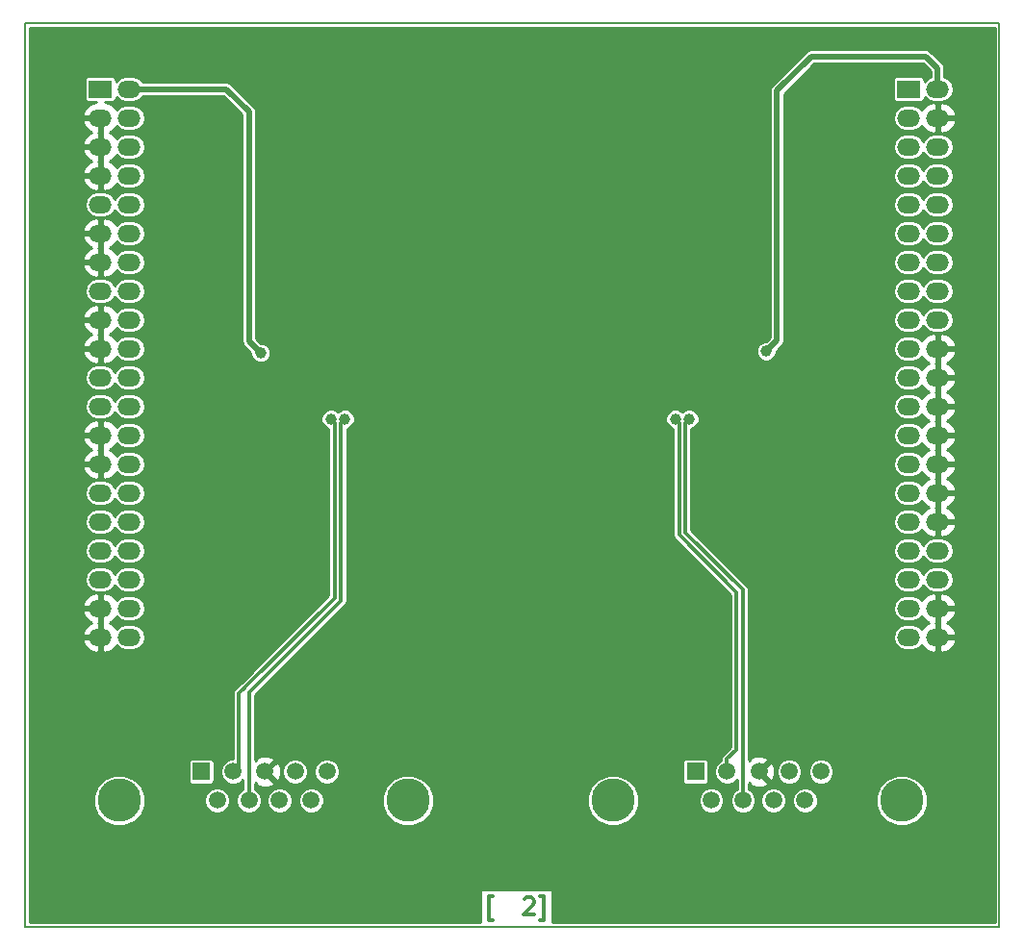
<source format=gbr>
G04 #@! TF.FileFunction,Copper,L2,Bot,Signal*
%FSLAX46Y46*%
G04 Gerber Fmt 4.6, Leading zero omitted, Abs format (unit mm)*
G04 Created by KiCad (PCBNEW 4.0.7-e2-6376~58~ubuntu16.04.1) date Tue Nov 20 12:23:16 2018*
%MOMM*%
%LPD*%
G01*
G04 APERTURE LIST*
%ADD10C,0.100000*%
%ADD11C,0.300000*%
%ADD12C,0.150000*%
%ADD13C,3.810000*%
%ADD14R,1.520000X1.520000*%
%ADD15C,1.520000*%
%ADD16R,2.000000X1.524000*%
%ADD17O,2.000000X1.524000*%
%ADD18C,1.000000*%
%ADD19C,0.508000*%
%ADD20C,0.304800*%
%ADD21C,0.355600*%
%ADD22C,0.254000*%
G04 APERTURE END LIST*
D10*
D11*
X106928572Y-133378571D02*
X106571429Y-133378571D01*
X106571429Y-131235714D01*
X106928572Y-131235714D01*
X109714286Y-131521429D02*
X109785715Y-131450000D01*
X109928572Y-131378571D01*
X110285715Y-131378571D01*
X110428572Y-131450000D01*
X110500001Y-131521429D01*
X110571429Y-131664286D01*
X110571429Y-131807143D01*
X110500001Y-132021429D01*
X109642858Y-132878571D01*
X110571429Y-132878571D01*
X111071429Y-133378571D02*
X111428572Y-133378571D01*
X111428572Y-131235714D01*
X111071429Y-131235714D01*
D12*
X151500000Y-133950000D02*
X65800000Y-133950000D01*
X65800000Y-133950000D02*
X65800000Y-54395000D01*
X151500000Y-54395000D02*
X151500000Y-133950000D01*
X65800000Y-54395000D02*
X151500000Y-54395000D01*
D13*
X117510000Y-122850000D03*
X142910000Y-122850000D03*
D14*
X124750000Y-120310000D03*
D15*
X127540000Y-120310000D03*
X130340000Y-120310000D03*
X133000000Y-120310000D03*
X135800000Y-120310000D03*
X134400000Y-122850000D03*
X131610000Y-122850000D03*
X128940000Y-122850000D03*
X126150000Y-122850000D03*
D13*
X74050000Y-122850000D03*
X99450000Y-122850000D03*
D14*
X81290000Y-120310000D03*
D15*
X84080000Y-120310000D03*
X86880000Y-120310000D03*
X89540000Y-120310000D03*
X92340000Y-120310000D03*
X90940000Y-122850000D03*
X88150000Y-122850000D03*
X85480000Y-122850000D03*
X82690000Y-122850000D03*
D16*
X143520000Y-60210000D03*
D17*
X146060000Y-60210000D03*
X143520000Y-72910000D03*
X146060000Y-62750000D03*
X143520000Y-75450000D03*
X146060000Y-65290000D03*
X143520000Y-77990000D03*
X146060000Y-67830000D03*
X143520000Y-80530000D03*
X146060000Y-70370000D03*
X143520000Y-83070000D03*
X146060000Y-72910000D03*
X143520000Y-85610000D03*
X146060000Y-75450000D03*
X143520000Y-88150000D03*
X146060000Y-77990000D03*
X143520000Y-90690000D03*
X146060000Y-80530000D03*
X143520000Y-93230000D03*
X146060000Y-83070000D03*
X143520000Y-95770000D03*
X146060000Y-85610000D03*
X143520000Y-98310000D03*
X146060000Y-88150000D03*
X146060000Y-90690000D03*
X143520000Y-100850000D03*
X146060000Y-93230000D03*
X146060000Y-98310000D03*
X146060000Y-100850000D03*
X146060000Y-103390000D03*
X146060000Y-105930000D03*
X143520000Y-103390000D03*
X143520000Y-105930000D03*
X143520000Y-62750000D03*
X143520000Y-65290000D03*
X143520000Y-67830000D03*
X143520000Y-70370000D03*
X143520000Y-108470000D03*
X146060000Y-108470000D03*
X146060000Y-95770000D03*
D16*
X72400000Y-60210000D03*
D17*
X74940000Y-60210000D03*
X72400000Y-62750000D03*
X74940000Y-62750000D03*
X72400000Y-65290000D03*
X74940000Y-65290000D03*
X72400000Y-67830000D03*
X74940000Y-67830000D03*
X72400000Y-70370000D03*
X74940000Y-70370000D03*
X72400000Y-72910000D03*
X74940000Y-72910000D03*
X72400000Y-75450000D03*
X74940000Y-75450000D03*
X72400000Y-77990000D03*
X74940000Y-77990000D03*
X72400000Y-80530000D03*
X74940000Y-80530000D03*
X72400000Y-83070000D03*
X74940000Y-83070000D03*
X72400000Y-85610000D03*
X74940000Y-85610000D03*
X72400000Y-88150000D03*
X74940000Y-88150000D03*
X72400000Y-90690000D03*
X74940000Y-90690000D03*
X72400000Y-93230000D03*
X74940000Y-93230000D03*
X72400000Y-95770000D03*
X74940000Y-95770000D03*
X72400000Y-98310000D03*
X74940000Y-98310000D03*
X72400000Y-100850000D03*
X74940000Y-100850000D03*
X72400000Y-103390000D03*
X74940000Y-103390000D03*
X72400000Y-105930000D03*
X74940000Y-105930000D03*
X72400000Y-108470000D03*
X74940000Y-108470000D03*
D18*
X130992884Y-83300000D03*
X124227000Y-89250000D03*
X122973000Y-89250000D03*
X93927000Y-89250000D03*
X92673000Y-89250000D03*
X86500000Y-83450000D03*
D19*
X130992884Y-83300000D02*
X131912387Y-82380497D01*
X131912387Y-82380497D02*
X131912387Y-82367461D01*
X131912387Y-82367461D02*
X131912387Y-60364552D01*
X131912387Y-60364552D02*
X134926939Y-57350000D01*
X134926939Y-57350000D02*
X145037007Y-57350000D01*
X145037007Y-57350000D02*
X146044650Y-58357643D01*
X146044650Y-58357643D02*
X146044650Y-60222851D01*
D20*
X128940000Y-122850000D02*
X128940000Y-119260000D01*
X128940000Y-119260000D02*
X128930000Y-119250000D01*
X128930000Y-119250000D02*
X128930000Y-104284870D01*
X128930000Y-104284870D02*
X123879399Y-99234269D01*
X123879399Y-99234269D02*
X123879399Y-89597601D01*
X123879399Y-89597601D02*
X124227000Y-89250000D01*
X128345790Y-118405344D02*
X128345790Y-116068799D01*
D21*
X127540000Y-120310000D02*
X127540000Y-119211134D01*
D20*
X127540000Y-119211134D02*
X128345790Y-118405344D01*
X128345790Y-116068799D02*
X128371201Y-104516331D01*
X123320601Y-99465727D02*
X123320601Y-89597601D01*
X128371201Y-104516331D02*
X123320601Y-99465727D01*
X123320601Y-89597601D02*
X122973000Y-89250000D01*
X93579399Y-105265729D02*
X85547961Y-113333090D01*
X85547961Y-113333090D02*
X85530000Y-113315130D01*
D21*
X85480000Y-122850000D02*
X85480000Y-113401051D01*
X85480000Y-113401051D02*
X85547961Y-113333090D01*
D20*
X93927000Y-89250000D02*
X93579399Y-89597601D01*
X93579399Y-89597601D02*
X93579399Y-105265729D01*
D21*
X84080000Y-120310000D02*
X84609036Y-119780964D01*
X84609036Y-119780964D02*
X84609036Y-113409897D01*
X84609036Y-113409897D02*
X85186901Y-112832032D01*
D20*
X93020601Y-105034269D02*
X85186901Y-112832032D01*
X85186901Y-112832032D02*
X84971201Y-113083669D01*
X92673000Y-89250000D02*
X93020601Y-89597601D01*
X93020601Y-89597601D02*
X93020601Y-105034269D01*
D19*
X74940000Y-60210000D02*
X83493657Y-60210000D01*
X83493657Y-60210000D02*
X85497097Y-62213440D01*
X85497097Y-62213440D02*
X85497097Y-82447097D01*
X85497097Y-82447097D02*
X86500000Y-83450000D01*
D22*
G36*
X151094800Y-133544800D02*
X112187343Y-133544800D01*
X112187343Y-130669800D01*
X105812658Y-130669800D01*
X105812658Y-133544800D01*
X66205200Y-133544800D01*
X66205200Y-123301926D01*
X71767605Y-123301926D01*
X72114287Y-124140960D01*
X72755663Y-124783457D01*
X73594091Y-125131603D01*
X74501926Y-125132395D01*
X75340960Y-124785713D01*
X75983457Y-124144337D01*
X76331603Y-123305909D01*
X76331804Y-123075171D01*
X81552803Y-123075171D01*
X81725536Y-123493217D01*
X82045100Y-123813340D01*
X82462845Y-123986802D01*
X82915171Y-123987197D01*
X83333217Y-123814464D01*
X83653340Y-123494900D01*
X83826802Y-123077155D01*
X83827197Y-122624829D01*
X83654464Y-122206783D01*
X83334900Y-121886660D01*
X82917155Y-121713198D01*
X82464829Y-121712803D01*
X82046783Y-121885536D01*
X81726660Y-122205100D01*
X81553198Y-122622845D01*
X81552803Y-123075171D01*
X76331804Y-123075171D01*
X76332395Y-122398074D01*
X75985713Y-121559040D01*
X75344337Y-120916543D01*
X74505909Y-120568397D01*
X73598074Y-120567605D01*
X72759040Y-120914287D01*
X72116543Y-121555663D01*
X71768397Y-122394091D01*
X71767605Y-123301926D01*
X66205200Y-123301926D01*
X66205200Y-119550000D01*
X80145615Y-119550000D01*
X80145615Y-121070000D01*
X80171903Y-121209708D01*
X80254470Y-121338020D01*
X80380453Y-121424101D01*
X80530000Y-121454385D01*
X82050000Y-121454385D01*
X82189708Y-121428097D01*
X82318020Y-121345530D01*
X82404101Y-121219547D01*
X82434385Y-121070000D01*
X82434385Y-120535171D01*
X82942803Y-120535171D01*
X83115536Y-120953217D01*
X83435100Y-121273340D01*
X83852845Y-121446802D01*
X84305171Y-121447197D01*
X84723217Y-121274464D01*
X84925200Y-121072834D01*
X84925200Y-121849003D01*
X84836783Y-121885536D01*
X84516660Y-122205100D01*
X84343198Y-122622845D01*
X84342803Y-123075171D01*
X84515536Y-123493217D01*
X84835100Y-123813340D01*
X85252845Y-123986802D01*
X85705171Y-123987197D01*
X86123217Y-123814464D01*
X86443340Y-123494900D01*
X86616802Y-123077155D01*
X86616803Y-123075171D01*
X87012803Y-123075171D01*
X87185536Y-123493217D01*
X87505100Y-123813340D01*
X87922845Y-123986802D01*
X88375171Y-123987197D01*
X88793217Y-123814464D01*
X89113340Y-123494900D01*
X89286802Y-123077155D01*
X89286803Y-123075171D01*
X89802803Y-123075171D01*
X89975536Y-123493217D01*
X90295100Y-123813340D01*
X90712845Y-123986802D01*
X91165171Y-123987197D01*
X91583217Y-123814464D01*
X91903340Y-123494900D01*
X91983469Y-123301926D01*
X97167605Y-123301926D01*
X97514287Y-124140960D01*
X98155663Y-124783457D01*
X98994091Y-125131603D01*
X99901926Y-125132395D01*
X100740960Y-124785713D01*
X101383457Y-124144337D01*
X101731603Y-123305909D01*
X101731606Y-123301926D01*
X115227605Y-123301926D01*
X115574287Y-124140960D01*
X116215663Y-124783457D01*
X117054091Y-125131603D01*
X117961926Y-125132395D01*
X118800960Y-124785713D01*
X119443457Y-124144337D01*
X119791603Y-123305909D01*
X119791804Y-123075171D01*
X125012803Y-123075171D01*
X125185536Y-123493217D01*
X125505100Y-123813340D01*
X125922845Y-123986802D01*
X126375171Y-123987197D01*
X126793217Y-123814464D01*
X127113340Y-123494900D01*
X127286802Y-123077155D01*
X127287197Y-122624829D01*
X127114464Y-122206783D01*
X126794900Y-121886660D01*
X126377155Y-121713198D01*
X125924829Y-121712803D01*
X125506783Y-121885536D01*
X125186660Y-122205100D01*
X125013198Y-122622845D01*
X125012803Y-123075171D01*
X119791804Y-123075171D01*
X119792395Y-122398074D01*
X119445713Y-121559040D01*
X118804337Y-120916543D01*
X117965909Y-120568397D01*
X117058074Y-120567605D01*
X116219040Y-120914287D01*
X115576543Y-121555663D01*
X115228397Y-122394091D01*
X115227605Y-123301926D01*
X101731606Y-123301926D01*
X101732395Y-122398074D01*
X101385713Y-121559040D01*
X100744337Y-120916543D01*
X99905909Y-120568397D01*
X98998074Y-120567605D01*
X98159040Y-120914287D01*
X97516543Y-121555663D01*
X97168397Y-122394091D01*
X97167605Y-123301926D01*
X91983469Y-123301926D01*
X92076802Y-123077155D01*
X92077197Y-122624829D01*
X91904464Y-122206783D01*
X91584900Y-121886660D01*
X91167155Y-121713198D01*
X90714829Y-121712803D01*
X90296783Y-121885536D01*
X89976660Y-122205100D01*
X89803198Y-122622845D01*
X89802803Y-123075171D01*
X89286803Y-123075171D01*
X89287197Y-122624829D01*
X89114464Y-122206783D01*
X88794900Y-121886660D01*
X88377155Y-121713198D01*
X87924829Y-121712803D01*
X87506783Y-121885536D01*
X87186660Y-122205100D01*
X87013198Y-122622845D01*
X87012803Y-123075171D01*
X86616803Y-123075171D01*
X86617197Y-122624829D01*
X86444464Y-122206783D01*
X86124900Y-121886660D01*
X86034800Y-121849247D01*
X86034800Y-121334808D01*
X86080842Y-121288766D01*
X86150059Y-121530742D01*
X86672780Y-121717155D01*
X87227049Y-121689341D01*
X87609941Y-121530742D01*
X87679159Y-121288764D01*
X86880000Y-120489605D01*
X86865858Y-120503748D01*
X86686253Y-120324143D01*
X86700395Y-120310000D01*
X87059605Y-120310000D01*
X87858764Y-121109159D01*
X88100742Y-121039941D01*
X88280753Y-120535171D01*
X88402803Y-120535171D01*
X88575536Y-120953217D01*
X88895100Y-121273340D01*
X89312845Y-121446802D01*
X89765171Y-121447197D01*
X90183217Y-121274464D01*
X90503340Y-120954900D01*
X90676802Y-120537155D01*
X90676803Y-120535171D01*
X91202803Y-120535171D01*
X91375536Y-120953217D01*
X91695100Y-121273340D01*
X92112845Y-121446802D01*
X92565171Y-121447197D01*
X92983217Y-121274464D01*
X93303340Y-120954900D01*
X93476802Y-120537155D01*
X93477197Y-120084829D01*
X93304464Y-119666783D01*
X93187885Y-119550000D01*
X123605615Y-119550000D01*
X123605615Y-121070000D01*
X123631903Y-121209708D01*
X123714470Y-121338020D01*
X123840453Y-121424101D01*
X123990000Y-121454385D01*
X125510000Y-121454385D01*
X125649708Y-121428097D01*
X125778020Y-121345530D01*
X125864101Y-121219547D01*
X125894385Y-121070000D01*
X125894385Y-119550000D01*
X125868097Y-119410292D01*
X125785530Y-119281980D01*
X125659547Y-119195899D01*
X125510000Y-119165615D01*
X123990000Y-119165615D01*
X123850292Y-119191903D01*
X123721980Y-119274470D01*
X123635899Y-119400453D01*
X123605615Y-119550000D01*
X93187885Y-119550000D01*
X92984900Y-119346660D01*
X92567155Y-119173198D01*
X92114829Y-119172803D01*
X91696783Y-119345536D01*
X91376660Y-119665100D01*
X91203198Y-120082845D01*
X91202803Y-120535171D01*
X90676803Y-120535171D01*
X90677197Y-120084829D01*
X90504464Y-119666783D01*
X90184900Y-119346660D01*
X89767155Y-119173198D01*
X89314829Y-119172803D01*
X88896783Y-119345536D01*
X88576660Y-119665100D01*
X88403198Y-120082845D01*
X88402803Y-120535171D01*
X88280753Y-120535171D01*
X88287155Y-120517220D01*
X88259341Y-119962951D01*
X88100742Y-119580059D01*
X87858764Y-119510841D01*
X87059605Y-120310000D01*
X86700395Y-120310000D01*
X86686253Y-120295858D01*
X86865858Y-120116253D01*
X86880000Y-120130395D01*
X87679159Y-119331236D01*
X87609941Y-119089258D01*
X87087220Y-118902845D01*
X86532951Y-118930659D01*
X86150059Y-119089258D01*
X86080842Y-119331234D01*
X86034800Y-119285192D01*
X86034800Y-113594435D01*
X93954576Y-105639235D01*
X94011531Y-105553583D01*
X94068501Y-105468322D01*
X94068618Y-105467732D01*
X94068952Y-105467230D01*
X94088742Y-105366562D01*
X94108799Y-105265729D01*
X94108799Y-90123797D01*
X94423131Y-89993918D01*
X94670051Y-89747429D01*
X94803847Y-89425211D01*
X94803848Y-89423681D01*
X122095849Y-89423681D01*
X122229082Y-89746131D01*
X122475571Y-89993051D01*
X122791201Y-90124111D01*
X122791201Y-99465727D01*
X122831499Y-99668320D01*
X122946259Y-99840069D01*
X127841318Y-104735132D01*
X127816391Y-116067635D01*
X127816506Y-116068218D01*
X127816390Y-116068799D01*
X127816390Y-118186060D01*
X127255953Y-118746497D01*
X127147697Y-118818831D01*
X127027432Y-118998821D01*
X126985200Y-119211134D01*
X126985200Y-119309003D01*
X126896783Y-119345536D01*
X126576660Y-119665100D01*
X126403198Y-120082845D01*
X126402803Y-120535171D01*
X126575536Y-120953217D01*
X126895100Y-121273340D01*
X127312845Y-121446802D01*
X127765171Y-121447197D01*
X128183217Y-121274464D01*
X128410600Y-121047478D01*
X128410600Y-121838508D01*
X128296783Y-121885536D01*
X127976660Y-122205100D01*
X127803198Y-122622845D01*
X127802803Y-123075171D01*
X127975536Y-123493217D01*
X128295100Y-123813340D01*
X128712845Y-123986802D01*
X129165171Y-123987197D01*
X129583217Y-123814464D01*
X129903340Y-123494900D01*
X130076802Y-123077155D01*
X130076803Y-123075171D01*
X130472803Y-123075171D01*
X130645536Y-123493217D01*
X130965100Y-123813340D01*
X131382845Y-123986802D01*
X131835171Y-123987197D01*
X132253217Y-123814464D01*
X132573340Y-123494900D01*
X132746802Y-123077155D01*
X132746803Y-123075171D01*
X133262803Y-123075171D01*
X133435536Y-123493217D01*
X133755100Y-123813340D01*
X134172845Y-123986802D01*
X134625171Y-123987197D01*
X135043217Y-123814464D01*
X135363340Y-123494900D01*
X135443469Y-123301926D01*
X140627605Y-123301926D01*
X140974287Y-124140960D01*
X141615663Y-124783457D01*
X142454091Y-125131603D01*
X143361926Y-125132395D01*
X144200960Y-124785713D01*
X144843457Y-124144337D01*
X145191603Y-123305909D01*
X145192395Y-122398074D01*
X144845713Y-121559040D01*
X144204337Y-120916543D01*
X143365909Y-120568397D01*
X142458074Y-120567605D01*
X141619040Y-120914287D01*
X140976543Y-121555663D01*
X140628397Y-122394091D01*
X140627605Y-123301926D01*
X135443469Y-123301926D01*
X135536802Y-123077155D01*
X135537197Y-122624829D01*
X135364464Y-122206783D01*
X135044900Y-121886660D01*
X134627155Y-121713198D01*
X134174829Y-121712803D01*
X133756783Y-121885536D01*
X133436660Y-122205100D01*
X133263198Y-122622845D01*
X133262803Y-123075171D01*
X132746803Y-123075171D01*
X132747197Y-122624829D01*
X132574464Y-122206783D01*
X132254900Y-121886660D01*
X131837155Y-121713198D01*
X131384829Y-121712803D01*
X130966783Y-121885536D01*
X130646660Y-122205100D01*
X130473198Y-122622845D01*
X130472803Y-123075171D01*
X130076803Y-123075171D01*
X130077197Y-122624829D01*
X129904464Y-122206783D01*
X129584900Y-121886660D01*
X129469400Y-121838700D01*
X129469400Y-121360208D01*
X129540842Y-121288766D01*
X129610059Y-121530742D01*
X130132780Y-121717155D01*
X130687049Y-121689341D01*
X131069941Y-121530742D01*
X131139159Y-121288764D01*
X130340000Y-120489605D01*
X130325858Y-120503748D01*
X130146253Y-120324143D01*
X130160395Y-120310000D01*
X130519605Y-120310000D01*
X131318764Y-121109159D01*
X131560742Y-121039941D01*
X131740753Y-120535171D01*
X131862803Y-120535171D01*
X132035536Y-120953217D01*
X132355100Y-121273340D01*
X132772845Y-121446802D01*
X133225171Y-121447197D01*
X133643217Y-121274464D01*
X133963340Y-120954900D01*
X134136802Y-120537155D01*
X134136803Y-120535171D01*
X134662803Y-120535171D01*
X134835536Y-120953217D01*
X135155100Y-121273340D01*
X135572845Y-121446802D01*
X136025171Y-121447197D01*
X136443217Y-121274464D01*
X136763340Y-120954900D01*
X136936802Y-120537155D01*
X136937197Y-120084829D01*
X136764464Y-119666783D01*
X136444900Y-119346660D01*
X136027155Y-119173198D01*
X135574829Y-119172803D01*
X135156783Y-119345536D01*
X134836660Y-119665100D01*
X134663198Y-120082845D01*
X134662803Y-120535171D01*
X134136803Y-120535171D01*
X134137197Y-120084829D01*
X133964464Y-119666783D01*
X133644900Y-119346660D01*
X133227155Y-119173198D01*
X132774829Y-119172803D01*
X132356783Y-119345536D01*
X132036660Y-119665100D01*
X131863198Y-120082845D01*
X131862803Y-120535171D01*
X131740753Y-120535171D01*
X131747155Y-120517220D01*
X131719341Y-119962951D01*
X131560742Y-119580059D01*
X131318764Y-119510841D01*
X130519605Y-120310000D01*
X130160395Y-120310000D01*
X130146253Y-120295858D01*
X130325858Y-120116253D01*
X130340000Y-120130395D01*
X131139159Y-119331236D01*
X131069941Y-119089258D01*
X130547220Y-118902845D01*
X129992951Y-118930659D01*
X129610059Y-119089258D01*
X129540842Y-119331234D01*
X129469348Y-119259740D01*
X129459400Y-119209726D01*
X129459400Y-105930000D01*
X142116023Y-105930000D01*
X142202724Y-106365876D01*
X142449628Y-106735395D01*
X142819147Y-106982299D01*
X143255023Y-107069000D01*
X143784977Y-107069000D01*
X144220853Y-106982299D01*
X144590372Y-106735395D01*
X144645716Y-106652567D01*
X144752980Y-106843892D01*
X145184086Y-107183422D01*
X145242972Y-107200000D01*
X145184086Y-107216578D01*
X144752980Y-107556108D01*
X144645716Y-107747433D01*
X144590372Y-107664605D01*
X144220853Y-107417701D01*
X143784977Y-107331000D01*
X143255023Y-107331000D01*
X142819147Y-107417701D01*
X142449628Y-107664605D01*
X142202724Y-108034124D01*
X142116023Y-108470000D01*
X142202724Y-108905876D01*
X142449628Y-109275395D01*
X142819147Y-109522299D01*
X143255023Y-109609000D01*
X143784977Y-109609000D01*
X144220853Y-109522299D01*
X144590372Y-109275395D01*
X144645716Y-109192567D01*
X144752980Y-109383892D01*
X145184086Y-109723422D01*
X145712308Y-109872130D01*
X145933000Y-109713277D01*
X145933000Y-108597000D01*
X146187000Y-108597000D01*
X146187000Y-109713277D01*
X146407692Y-109872130D01*
X146935914Y-109723422D01*
X147367020Y-109383892D01*
X147635377Y-108905230D01*
X147652220Y-108813070D01*
X147529720Y-108597000D01*
X146187000Y-108597000D01*
X145933000Y-108597000D01*
X145913000Y-108597000D01*
X145913000Y-108343000D01*
X145933000Y-108343000D01*
X145933000Y-107226723D01*
X145895874Y-107200000D01*
X145933000Y-107173277D01*
X145933000Y-106057000D01*
X146187000Y-106057000D01*
X146187000Y-107173277D01*
X146224126Y-107200000D01*
X146187000Y-107226723D01*
X146187000Y-108343000D01*
X147529720Y-108343000D01*
X147652220Y-108126930D01*
X147635377Y-108034770D01*
X147367020Y-107556108D01*
X146935914Y-107216578D01*
X146877028Y-107200000D01*
X146935914Y-107183422D01*
X147367020Y-106843892D01*
X147635377Y-106365230D01*
X147652220Y-106273070D01*
X147529720Y-106057000D01*
X146187000Y-106057000D01*
X145933000Y-106057000D01*
X145913000Y-106057000D01*
X145913000Y-105803000D01*
X145933000Y-105803000D01*
X145933000Y-104686723D01*
X146187000Y-104686723D01*
X146187000Y-105803000D01*
X147529720Y-105803000D01*
X147652220Y-105586930D01*
X147635377Y-105494770D01*
X147367020Y-105016108D01*
X146935914Y-104676578D01*
X146407692Y-104527870D01*
X146187000Y-104686723D01*
X145933000Y-104686723D01*
X145712308Y-104527870D01*
X145184086Y-104676578D01*
X144752980Y-105016108D01*
X144645716Y-105207433D01*
X144590372Y-105124605D01*
X144220853Y-104877701D01*
X143784977Y-104791000D01*
X143255023Y-104791000D01*
X142819147Y-104877701D01*
X142449628Y-105124605D01*
X142202724Y-105494124D01*
X142116023Y-105930000D01*
X129459400Y-105930000D01*
X129459400Y-104284870D01*
X129419102Y-104082277D01*
X129304342Y-103910527D01*
X128783815Y-103390000D01*
X142116023Y-103390000D01*
X142202724Y-103825876D01*
X142449628Y-104195395D01*
X142819147Y-104442299D01*
X143255023Y-104529000D01*
X143784977Y-104529000D01*
X144220853Y-104442299D01*
X144590372Y-104195395D01*
X144790000Y-103896630D01*
X144989628Y-104195395D01*
X145359147Y-104442299D01*
X145795023Y-104529000D01*
X146324977Y-104529000D01*
X146760853Y-104442299D01*
X147130372Y-104195395D01*
X147377276Y-103825876D01*
X147463977Y-103390000D01*
X147377276Y-102954124D01*
X147130372Y-102584605D01*
X146760853Y-102337701D01*
X146324977Y-102251000D01*
X145795023Y-102251000D01*
X145359147Y-102337701D01*
X144989628Y-102584605D01*
X144790000Y-102883370D01*
X144590372Y-102584605D01*
X144220853Y-102337701D01*
X143784977Y-102251000D01*
X143255023Y-102251000D01*
X142819147Y-102337701D01*
X142449628Y-102584605D01*
X142202724Y-102954124D01*
X142116023Y-103390000D01*
X128783815Y-103390000D01*
X126243815Y-100850000D01*
X142116023Y-100850000D01*
X142202724Y-101285876D01*
X142449628Y-101655395D01*
X142819147Y-101902299D01*
X143255023Y-101989000D01*
X143784977Y-101989000D01*
X144220853Y-101902299D01*
X144590372Y-101655395D01*
X144790000Y-101356630D01*
X144989628Y-101655395D01*
X145359147Y-101902299D01*
X145795023Y-101989000D01*
X146324977Y-101989000D01*
X146760853Y-101902299D01*
X147130372Y-101655395D01*
X147377276Y-101285876D01*
X147463977Y-100850000D01*
X147377276Y-100414124D01*
X147130372Y-100044605D01*
X146760853Y-99797701D01*
X146324977Y-99711000D01*
X145795023Y-99711000D01*
X145359147Y-99797701D01*
X144989628Y-100044605D01*
X144790000Y-100343370D01*
X144590372Y-100044605D01*
X144220853Y-99797701D01*
X143784977Y-99711000D01*
X143255023Y-99711000D01*
X142819147Y-99797701D01*
X142449628Y-100044605D01*
X142202724Y-100414124D01*
X142116023Y-100850000D01*
X126243815Y-100850000D01*
X124408799Y-99014985D01*
X124408799Y-90123797D01*
X124723131Y-89993918D01*
X124970051Y-89747429D01*
X125103847Y-89425211D01*
X125104151Y-89076319D01*
X124970918Y-88753869D01*
X124724429Y-88506949D01*
X124402211Y-88373153D01*
X124053319Y-88372849D01*
X123730869Y-88506082D01*
X123599988Y-88636735D01*
X123470429Y-88506949D01*
X123148211Y-88373153D01*
X122799319Y-88372849D01*
X122476869Y-88506082D01*
X122229949Y-88752571D01*
X122096153Y-89074789D01*
X122095849Y-89423681D01*
X94803848Y-89423681D01*
X94804151Y-89076319D01*
X94670918Y-88753869D01*
X94424429Y-88506949D01*
X94102211Y-88373153D01*
X93753319Y-88372849D01*
X93430869Y-88506082D01*
X93299988Y-88636735D01*
X93170429Y-88506949D01*
X92848211Y-88373153D01*
X92499319Y-88372849D01*
X92176869Y-88506082D01*
X91929949Y-88752571D01*
X91796153Y-89074789D01*
X91795849Y-89423681D01*
X91929082Y-89746131D01*
X92175571Y-89993051D01*
X92491201Y-90124111D01*
X92491201Y-104814271D01*
X84904112Y-112366554D01*
X84794598Y-112439729D01*
X84216733Y-113017594D01*
X84096468Y-113197584D01*
X84054236Y-113409897D01*
X84054236Y-119172977D01*
X83854829Y-119172803D01*
X83436783Y-119345536D01*
X83116660Y-119665100D01*
X82943198Y-120082845D01*
X82942803Y-120535171D01*
X82434385Y-120535171D01*
X82434385Y-119550000D01*
X82408097Y-119410292D01*
X82325530Y-119281980D01*
X82199547Y-119195899D01*
X82050000Y-119165615D01*
X80530000Y-119165615D01*
X80390292Y-119191903D01*
X80261980Y-119274470D01*
X80175899Y-119400453D01*
X80145615Y-119550000D01*
X66205200Y-119550000D01*
X66205200Y-108813070D01*
X70807780Y-108813070D01*
X70824623Y-108905230D01*
X71092980Y-109383892D01*
X71524086Y-109723422D01*
X72052308Y-109872130D01*
X72273000Y-109713277D01*
X72273000Y-108597000D01*
X70930280Y-108597000D01*
X70807780Y-108813070D01*
X66205200Y-108813070D01*
X66205200Y-106273070D01*
X70807780Y-106273070D01*
X70824623Y-106365230D01*
X71092980Y-106843892D01*
X71524086Y-107183422D01*
X71582972Y-107200000D01*
X71524086Y-107216578D01*
X71092980Y-107556108D01*
X70824623Y-108034770D01*
X70807780Y-108126930D01*
X70930280Y-108343000D01*
X72273000Y-108343000D01*
X72273000Y-107226723D01*
X72235874Y-107200000D01*
X72273000Y-107173277D01*
X72273000Y-106057000D01*
X70930280Y-106057000D01*
X70807780Y-106273070D01*
X66205200Y-106273070D01*
X66205200Y-105586930D01*
X70807780Y-105586930D01*
X70930280Y-105803000D01*
X72273000Y-105803000D01*
X72273000Y-104686723D01*
X72527000Y-104686723D01*
X72527000Y-105803000D01*
X72547000Y-105803000D01*
X72547000Y-106057000D01*
X72527000Y-106057000D01*
X72527000Y-107173277D01*
X72564126Y-107200000D01*
X72527000Y-107226723D01*
X72527000Y-108343000D01*
X72547000Y-108343000D01*
X72547000Y-108597000D01*
X72527000Y-108597000D01*
X72527000Y-109713277D01*
X72747692Y-109872130D01*
X73275914Y-109723422D01*
X73707020Y-109383892D01*
X73814284Y-109192567D01*
X73869628Y-109275395D01*
X74239147Y-109522299D01*
X74675023Y-109609000D01*
X75204977Y-109609000D01*
X75640853Y-109522299D01*
X76010372Y-109275395D01*
X76257276Y-108905876D01*
X76343977Y-108470000D01*
X76257276Y-108034124D01*
X76010372Y-107664605D01*
X75640853Y-107417701D01*
X75204977Y-107331000D01*
X74675023Y-107331000D01*
X74239147Y-107417701D01*
X73869628Y-107664605D01*
X73814284Y-107747433D01*
X73707020Y-107556108D01*
X73275914Y-107216578D01*
X73217028Y-107200000D01*
X73275914Y-107183422D01*
X73707020Y-106843892D01*
X73814284Y-106652567D01*
X73869628Y-106735395D01*
X74239147Y-106982299D01*
X74675023Y-107069000D01*
X75204977Y-107069000D01*
X75640853Y-106982299D01*
X76010372Y-106735395D01*
X76257276Y-106365876D01*
X76343977Y-105930000D01*
X76257276Y-105494124D01*
X76010372Y-105124605D01*
X75640853Y-104877701D01*
X75204977Y-104791000D01*
X74675023Y-104791000D01*
X74239147Y-104877701D01*
X73869628Y-105124605D01*
X73814284Y-105207433D01*
X73707020Y-105016108D01*
X73275914Y-104676578D01*
X72747692Y-104527870D01*
X72527000Y-104686723D01*
X72273000Y-104686723D01*
X72052308Y-104527870D01*
X71524086Y-104676578D01*
X71092980Y-105016108D01*
X70824623Y-105494770D01*
X70807780Y-105586930D01*
X66205200Y-105586930D01*
X66205200Y-103390000D01*
X70996023Y-103390000D01*
X71082724Y-103825876D01*
X71329628Y-104195395D01*
X71699147Y-104442299D01*
X72135023Y-104529000D01*
X72664977Y-104529000D01*
X73100853Y-104442299D01*
X73470372Y-104195395D01*
X73670000Y-103896630D01*
X73869628Y-104195395D01*
X74239147Y-104442299D01*
X74675023Y-104529000D01*
X75204977Y-104529000D01*
X75640853Y-104442299D01*
X76010372Y-104195395D01*
X76257276Y-103825876D01*
X76343977Y-103390000D01*
X76257276Y-102954124D01*
X76010372Y-102584605D01*
X75640853Y-102337701D01*
X75204977Y-102251000D01*
X74675023Y-102251000D01*
X74239147Y-102337701D01*
X73869628Y-102584605D01*
X73670000Y-102883370D01*
X73470372Y-102584605D01*
X73100853Y-102337701D01*
X72664977Y-102251000D01*
X72135023Y-102251000D01*
X71699147Y-102337701D01*
X71329628Y-102584605D01*
X71082724Y-102954124D01*
X70996023Y-103390000D01*
X66205200Y-103390000D01*
X66205200Y-100850000D01*
X70996023Y-100850000D01*
X71082724Y-101285876D01*
X71329628Y-101655395D01*
X71699147Y-101902299D01*
X72135023Y-101989000D01*
X72664977Y-101989000D01*
X73100853Y-101902299D01*
X73470372Y-101655395D01*
X73670000Y-101356630D01*
X73869628Y-101655395D01*
X74239147Y-101902299D01*
X74675023Y-101989000D01*
X75204977Y-101989000D01*
X75640853Y-101902299D01*
X76010372Y-101655395D01*
X76257276Y-101285876D01*
X76343977Y-100850000D01*
X76257276Y-100414124D01*
X76010372Y-100044605D01*
X75640853Y-99797701D01*
X75204977Y-99711000D01*
X74675023Y-99711000D01*
X74239147Y-99797701D01*
X73869628Y-100044605D01*
X73670000Y-100343370D01*
X73470372Y-100044605D01*
X73100853Y-99797701D01*
X72664977Y-99711000D01*
X72135023Y-99711000D01*
X71699147Y-99797701D01*
X71329628Y-100044605D01*
X71082724Y-100414124D01*
X70996023Y-100850000D01*
X66205200Y-100850000D01*
X66205200Y-98310000D01*
X70996023Y-98310000D01*
X71082724Y-98745876D01*
X71329628Y-99115395D01*
X71699147Y-99362299D01*
X72135023Y-99449000D01*
X72664977Y-99449000D01*
X73100853Y-99362299D01*
X73470372Y-99115395D01*
X73670000Y-98816630D01*
X73869628Y-99115395D01*
X74239147Y-99362299D01*
X74675023Y-99449000D01*
X75204977Y-99449000D01*
X75640853Y-99362299D01*
X76010372Y-99115395D01*
X76257276Y-98745876D01*
X76343977Y-98310000D01*
X76257276Y-97874124D01*
X76010372Y-97504605D01*
X75640853Y-97257701D01*
X75204977Y-97171000D01*
X74675023Y-97171000D01*
X74239147Y-97257701D01*
X73869628Y-97504605D01*
X73670000Y-97803370D01*
X73470372Y-97504605D01*
X73100853Y-97257701D01*
X72664977Y-97171000D01*
X72135023Y-97171000D01*
X71699147Y-97257701D01*
X71329628Y-97504605D01*
X71082724Y-97874124D01*
X70996023Y-98310000D01*
X66205200Y-98310000D01*
X66205200Y-95770000D01*
X70996023Y-95770000D01*
X71082724Y-96205876D01*
X71329628Y-96575395D01*
X71699147Y-96822299D01*
X72135023Y-96909000D01*
X72664977Y-96909000D01*
X73100853Y-96822299D01*
X73470372Y-96575395D01*
X73670000Y-96276630D01*
X73869628Y-96575395D01*
X74239147Y-96822299D01*
X74675023Y-96909000D01*
X75204977Y-96909000D01*
X75640853Y-96822299D01*
X76010372Y-96575395D01*
X76257276Y-96205876D01*
X76343977Y-95770000D01*
X76257276Y-95334124D01*
X76010372Y-94964605D01*
X75640853Y-94717701D01*
X75204977Y-94631000D01*
X74675023Y-94631000D01*
X74239147Y-94717701D01*
X73869628Y-94964605D01*
X73670000Y-95263370D01*
X73470372Y-94964605D01*
X73100853Y-94717701D01*
X72664977Y-94631000D01*
X72135023Y-94631000D01*
X71699147Y-94717701D01*
X71329628Y-94964605D01*
X71082724Y-95334124D01*
X70996023Y-95770000D01*
X66205200Y-95770000D01*
X66205200Y-93573070D01*
X70807780Y-93573070D01*
X70824623Y-93665230D01*
X71092980Y-94143892D01*
X71524086Y-94483422D01*
X72052308Y-94632130D01*
X72273000Y-94473277D01*
X72273000Y-93357000D01*
X70930280Y-93357000D01*
X70807780Y-93573070D01*
X66205200Y-93573070D01*
X66205200Y-91033070D01*
X70807780Y-91033070D01*
X70824623Y-91125230D01*
X71092980Y-91603892D01*
X71524086Y-91943422D01*
X71582972Y-91960000D01*
X71524086Y-91976578D01*
X71092980Y-92316108D01*
X70824623Y-92794770D01*
X70807780Y-92886930D01*
X70930280Y-93103000D01*
X72273000Y-93103000D01*
X72273000Y-91986723D01*
X72235874Y-91960000D01*
X72273000Y-91933277D01*
X72273000Y-90817000D01*
X70930280Y-90817000D01*
X70807780Y-91033070D01*
X66205200Y-91033070D01*
X66205200Y-90346930D01*
X70807780Y-90346930D01*
X70930280Y-90563000D01*
X72273000Y-90563000D01*
X72273000Y-89446723D01*
X72527000Y-89446723D01*
X72527000Y-90563000D01*
X72547000Y-90563000D01*
X72547000Y-90817000D01*
X72527000Y-90817000D01*
X72527000Y-91933277D01*
X72564126Y-91960000D01*
X72527000Y-91986723D01*
X72527000Y-93103000D01*
X72547000Y-93103000D01*
X72547000Y-93357000D01*
X72527000Y-93357000D01*
X72527000Y-94473277D01*
X72747692Y-94632130D01*
X73275914Y-94483422D01*
X73707020Y-94143892D01*
X73814284Y-93952567D01*
X73869628Y-94035395D01*
X74239147Y-94282299D01*
X74675023Y-94369000D01*
X75204977Y-94369000D01*
X75640853Y-94282299D01*
X76010372Y-94035395D01*
X76257276Y-93665876D01*
X76343977Y-93230000D01*
X76257276Y-92794124D01*
X76010372Y-92424605D01*
X75640853Y-92177701D01*
X75204977Y-92091000D01*
X74675023Y-92091000D01*
X74239147Y-92177701D01*
X73869628Y-92424605D01*
X73814284Y-92507433D01*
X73707020Y-92316108D01*
X73275914Y-91976578D01*
X73217028Y-91960000D01*
X73275914Y-91943422D01*
X73707020Y-91603892D01*
X73814284Y-91412567D01*
X73869628Y-91495395D01*
X74239147Y-91742299D01*
X74675023Y-91829000D01*
X75204977Y-91829000D01*
X75640853Y-91742299D01*
X76010372Y-91495395D01*
X76257276Y-91125876D01*
X76343977Y-90690000D01*
X76257276Y-90254124D01*
X76010372Y-89884605D01*
X75640853Y-89637701D01*
X75204977Y-89551000D01*
X74675023Y-89551000D01*
X74239147Y-89637701D01*
X73869628Y-89884605D01*
X73814284Y-89967433D01*
X73707020Y-89776108D01*
X73275914Y-89436578D01*
X72747692Y-89287870D01*
X72527000Y-89446723D01*
X72273000Y-89446723D01*
X72052308Y-89287870D01*
X71524086Y-89436578D01*
X71092980Y-89776108D01*
X70824623Y-90254770D01*
X70807780Y-90346930D01*
X66205200Y-90346930D01*
X66205200Y-88150000D01*
X70996023Y-88150000D01*
X71082724Y-88585876D01*
X71329628Y-88955395D01*
X71699147Y-89202299D01*
X72135023Y-89289000D01*
X72664977Y-89289000D01*
X73100853Y-89202299D01*
X73470372Y-88955395D01*
X73670000Y-88656630D01*
X73869628Y-88955395D01*
X74239147Y-89202299D01*
X74675023Y-89289000D01*
X75204977Y-89289000D01*
X75640853Y-89202299D01*
X76010372Y-88955395D01*
X76257276Y-88585876D01*
X76343977Y-88150000D01*
X76257276Y-87714124D01*
X76010372Y-87344605D01*
X75640853Y-87097701D01*
X75204977Y-87011000D01*
X74675023Y-87011000D01*
X74239147Y-87097701D01*
X73869628Y-87344605D01*
X73670000Y-87643370D01*
X73470372Y-87344605D01*
X73100853Y-87097701D01*
X72664977Y-87011000D01*
X72135023Y-87011000D01*
X71699147Y-87097701D01*
X71329628Y-87344605D01*
X71082724Y-87714124D01*
X70996023Y-88150000D01*
X66205200Y-88150000D01*
X66205200Y-85610000D01*
X70996023Y-85610000D01*
X71082724Y-86045876D01*
X71329628Y-86415395D01*
X71699147Y-86662299D01*
X72135023Y-86749000D01*
X72664977Y-86749000D01*
X73100853Y-86662299D01*
X73470372Y-86415395D01*
X73670000Y-86116630D01*
X73869628Y-86415395D01*
X74239147Y-86662299D01*
X74675023Y-86749000D01*
X75204977Y-86749000D01*
X75640853Y-86662299D01*
X76010372Y-86415395D01*
X76257276Y-86045876D01*
X76343977Y-85610000D01*
X76257276Y-85174124D01*
X76010372Y-84804605D01*
X75640853Y-84557701D01*
X75204977Y-84471000D01*
X74675023Y-84471000D01*
X74239147Y-84557701D01*
X73869628Y-84804605D01*
X73670000Y-85103370D01*
X73470372Y-84804605D01*
X73100853Y-84557701D01*
X72664977Y-84471000D01*
X72135023Y-84471000D01*
X71699147Y-84557701D01*
X71329628Y-84804605D01*
X71082724Y-85174124D01*
X70996023Y-85610000D01*
X66205200Y-85610000D01*
X66205200Y-83413070D01*
X70807780Y-83413070D01*
X70824623Y-83505230D01*
X71092980Y-83983892D01*
X71524086Y-84323422D01*
X72052308Y-84472130D01*
X72273000Y-84313277D01*
X72273000Y-83197000D01*
X70930280Y-83197000D01*
X70807780Y-83413070D01*
X66205200Y-83413070D01*
X66205200Y-80873070D01*
X70807780Y-80873070D01*
X70824623Y-80965230D01*
X71092980Y-81443892D01*
X71524086Y-81783422D01*
X71582972Y-81800000D01*
X71524086Y-81816578D01*
X71092980Y-82156108D01*
X70824623Y-82634770D01*
X70807780Y-82726930D01*
X70930280Y-82943000D01*
X72273000Y-82943000D01*
X72273000Y-81826723D01*
X72235874Y-81800000D01*
X72273000Y-81773277D01*
X72273000Y-80657000D01*
X70930280Y-80657000D01*
X70807780Y-80873070D01*
X66205200Y-80873070D01*
X66205200Y-80186930D01*
X70807780Y-80186930D01*
X70930280Y-80403000D01*
X72273000Y-80403000D01*
X72273000Y-79286723D01*
X72527000Y-79286723D01*
X72527000Y-80403000D01*
X72547000Y-80403000D01*
X72547000Y-80657000D01*
X72527000Y-80657000D01*
X72527000Y-81773277D01*
X72564126Y-81800000D01*
X72527000Y-81826723D01*
X72527000Y-82943000D01*
X72547000Y-82943000D01*
X72547000Y-83197000D01*
X72527000Y-83197000D01*
X72527000Y-84313277D01*
X72747692Y-84472130D01*
X73275914Y-84323422D01*
X73707020Y-83983892D01*
X73814284Y-83792567D01*
X73869628Y-83875395D01*
X74239147Y-84122299D01*
X74675023Y-84209000D01*
X75204977Y-84209000D01*
X75640853Y-84122299D01*
X76010372Y-83875395D01*
X76257276Y-83505876D01*
X76343977Y-83070000D01*
X76257276Y-82634124D01*
X76010372Y-82264605D01*
X75640853Y-82017701D01*
X75204977Y-81931000D01*
X74675023Y-81931000D01*
X74239147Y-82017701D01*
X73869628Y-82264605D01*
X73814284Y-82347433D01*
X73707020Y-82156108D01*
X73275914Y-81816578D01*
X73217028Y-81800000D01*
X73275914Y-81783422D01*
X73707020Y-81443892D01*
X73814284Y-81252567D01*
X73869628Y-81335395D01*
X74239147Y-81582299D01*
X74675023Y-81669000D01*
X75204977Y-81669000D01*
X75640853Y-81582299D01*
X76010372Y-81335395D01*
X76257276Y-80965876D01*
X76343977Y-80530000D01*
X76257276Y-80094124D01*
X76010372Y-79724605D01*
X75640853Y-79477701D01*
X75204977Y-79391000D01*
X74675023Y-79391000D01*
X74239147Y-79477701D01*
X73869628Y-79724605D01*
X73814284Y-79807433D01*
X73707020Y-79616108D01*
X73275914Y-79276578D01*
X72747692Y-79127870D01*
X72527000Y-79286723D01*
X72273000Y-79286723D01*
X72052308Y-79127870D01*
X71524086Y-79276578D01*
X71092980Y-79616108D01*
X70824623Y-80094770D01*
X70807780Y-80186930D01*
X66205200Y-80186930D01*
X66205200Y-77990000D01*
X70996023Y-77990000D01*
X71082724Y-78425876D01*
X71329628Y-78795395D01*
X71699147Y-79042299D01*
X72135023Y-79129000D01*
X72664977Y-79129000D01*
X73100853Y-79042299D01*
X73470372Y-78795395D01*
X73670000Y-78496630D01*
X73869628Y-78795395D01*
X74239147Y-79042299D01*
X74675023Y-79129000D01*
X75204977Y-79129000D01*
X75640853Y-79042299D01*
X76010372Y-78795395D01*
X76257276Y-78425876D01*
X76343977Y-77990000D01*
X76257276Y-77554124D01*
X76010372Y-77184605D01*
X75640853Y-76937701D01*
X75204977Y-76851000D01*
X74675023Y-76851000D01*
X74239147Y-76937701D01*
X73869628Y-77184605D01*
X73670000Y-77483370D01*
X73470372Y-77184605D01*
X73100853Y-76937701D01*
X72664977Y-76851000D01*
X72135023Y-76851000D01*
X71699147Y-76937701D01*
X71329628Y-77184605D01*
X71082724Y-77554124D01*
X70996023Y-77990000D01*
X66205200Y-77990000D01*
X66205200Y-75793070D01*
X70807780Y-75793070D01*
X70824623Y-75885230D01*
X71092980Y-76363892D01*
X71524086Y-76703422D01*
X72052308Y-76852130D01*
X72273000Y-76693277D01*
X72273000Y-75577000D01*
X70930280Y-75577000D01*
X70807780Y-75793070D01*
X66205200Y-75793070D01*
X66205200Y-73253070D01*
X70807780Y-73253070D01*
X70824623Y-73345230D01*
X71092980Y-73823892D01*
X71524086Y-74163422D01*
X71582972Y-74180000D01*
X71524086Y-74196578D01*
X71092980Y-74536108D01*
X70824623Y-75014770D01*
X70807780Y-75106930D01*
X70930280Y-75323000D01*
X72273000Y-75323000D01*
X72273000Y-74206723D01*
X72235874Y-74180000D01*
X72273000Y-74153277D01*
X72273000Y-73037000D01*
X70930280Y-73037000D01*
X70807780Y-73253070D01*
X66205200Y-73253070D01*
X66205200Y-72566930D01*
X70807780Y-72566930D01*
X70930280Y-72783000D01*
X72273000Y-72783000D01*
X72273000Y-71666723D01*
X72527000Y-71666723D01*
X72527000Y-72783000D01*
X72547000Y-72783000D01*
X72547000Y-73037000D01*
X72527000Y-73037000D01*
X72527000Y-74153277D01*
X72564126Y-74180000D01*
X72527000Y-74206723D01*
X72527000Y-75323000D01*
X72547000Y-75323000D01*
X72547000Y-75577000D01*
X72527000Y-75577000D01*
X72527000Y-76693277D01*
X72747692Y-76852130D01*
X73275914Y-76703422D01*
X73707020Y-76363892D01*
X73814284Y-76172567D01*
X73869628Y-76255395D01*
X74239147Y-76502299D01*
X74675023Y-76589000D01*
X75204977Y-76589000D01*
X75640853Y-76502299D01*
X76010372Y-76255395D01*
X76257276Y-75885876D01*
X76343977Y-75450000D01*
X76257276Y-75014124D01*
X76010372Y-74644605D01*
X75640853Y-74397701D01*
X75204977Y-74311000D01*
X74675023Y-74311000D01*
X74239147Y-74397701D01*
X73869628Y-74644605D01*
X73814284Y-74727433D01*
X73707020Y-74536108D01*
X73275914Y-74196578D01*
X73217028Y-74180000D01*
X73275914Y-74163422D01*
X73707020Y-73823892D01*
X73814284Y-73632567D01*
X73869628Y-73715395D01*
X74239147Y-73962299D01*
X74675023Y-74049000D01*
X75204977Y-74049000D01*
X75640853Y-73962299D01*
X76010372Y-73715395D01*
X76257276Y-73345876D01*
X76343977Y-72910000D01*
X76257276Y-72474124D01*
X76010372Y-72104605D01*
X75640853Y-71857701D01*
X75204977Y-71771000D01*
X74675023Y-71771000D01*
X74239147Y-71857701D01*
X73869628Y-72104605D01*
X73814284Y-72187433D01*
X73707020Y-71996108D01*
X73275914Y-71656578D01*
X72747692Y-71507870D01*
X72527000Y-71666723D01*
X72273000Y-71666723D01*
X72052308Y-71507870D01*
X71524086Y-71656578D01*
X71092980Y-71996108D01*
X70824623Y-72474770D01*
X70807780Y-72566930D01*
X66205200Y-72566930D01*
X66205200Y-70370000D01*
X70996023Y-70370000D01*
X71082724Y-70805876D01*
X71329628Y-71175395D01*
X71699147Y-71422299D01*
X72135023Y-71509000D01*
X72664977Y-71509000D01*
X73100853Y-71422299D01*
X73470372Y-71175395D01*
X73670000Y-70876630D01*
X73869628Y-71175395D01*
X74239147Y-71422299D01*
X74675023Y-71509000D01*
X75204977Y-71509000D01*
X75640853Y-71422299D01*
X76010372Y-71175395D01*
X76257276Y-70805876D01*
X76343977Y-70370000D01*
X76257276Y-69934124D01*
X76010372Y-69564605D01*
X75640853Y-69317701D01*
X75204977Y-69231000D01*
X74675023Y-69231000D01*
X74239147Y-69317701D01*
X73869628Y-69564605D01*
X73670000Y-69863370D01*
X73470372Y-69564605D01*
X73100853Y-69317701D01*
X72664977Y-69231000D01*
X72135023Y-69231000D01*
X71699147Y-69317701D01*
X71329628Y-69564605D01*
X71082724Y-69934124D01*
X70996023Y-70370000D01*
X66205200Y-70370000D01*
X66205200Y-68173070D01*
X70807780Y-68173070D01*
X70824623Y-68265230D01*
X71092980Y-68743892D01*
X71524086Y-69083422D01*
X72052308Y-69232130D01*
X72273000Y-69073277D01*
X72273000Y-67957000D01*
X70930280Y-67957000D01*
X70807780Y-68173070D01*
X66205200Y-68173070D01*
X66205200Y-65633070D01*
X70807780Y-65633070D01*
X70824623Y-65725230D01*
X71092980Y-66203892D01*
X71524086Y-66543422D01*
X71582972Y-66560000D01*
X71524086Y-66576578D01*
X71092980Y-66916108D01*
X70824623Y-67394770D01*
X70807780Y-67486930D01*
X70930280Y-67703000D01*
X72273000Y-67703000D01*
X72273000Y-66586723D01*
X72235874Y-66560000D01*
X72273000Y-66533277D01*
X72273000Y-65417000D01*
X70930280Y-65417000D01*
X70807780Y-65633070D01*
X66205200Y-65633070D01*
X66205200Y-63093070D01*
X70807780Y-63093070D01*
X70824623Y-63185230D01*
X71092980Y-63663892D01*
X71524086Y-64003422D01*
X71582972Y-64020000D01*
X71524086Y-64036578D01*
X71092980Y-64376108D01*
X70824623Y-64854770D01*
X70807780Y-64946930D01*
X70930280Y-65163000D01*
X72273000Y-65163000D01*
X72273000Y-64046723D01*
X72235874Y-64020000D01*
X72273000Y-63993277D01*
X72273000Y-62877000D01*
X70930280Y-62877000D01*
X70807780Y-63093070D01*
X66205200Y-63093070D01*
X66205200Y-62406930D01*
X70807780Y-62406930D01*
X70930280Y-62623000D01*
X72273000Y-62623000D01*
X72273000Y-62603000D01*
X72527000Y-62603000D01*
X72527000Y-62623000D01*
X72547000Y-62623000D01*
X72547000Y-62877000D01*
X72527000Y-62877000D01*
X72527000Y-63993277D01*
X72564126Y-64020000D01*
X72527000Y-64046723D01*
X72527000Y-65163000D01*
X72547000Y-65163000D01*
X72547000Y-65417000D01*
X72527000Y-65417000D01*
X72527000Y-66533277D01*
X72564126Y-66560000D01*
X72527000Y-66586723D01*
X72527000Y-67703000D01*
X72547000Y-67703000D01*
X72547000Y-67957000D01*
X72527000Y-67957000D01*
X72527000Y-69073277D01*
X72747692Y-69232130D01*
X73275914Y-69083422D01*
X73707020Y-68743892D01*
X73814284Y-68552567D01*
X73869628Y-68635395D01*
X74239147Y-68882299D01*
X74675023Y-68969000D01*
X75204977Y-68969000D01*
X75640853Y-68882299D01*
X76010372Y-68635395D01*
X76257276Y-68265876D01*
X76343977Y-67830000D01*
X76257276Y-67394124D01*
X76010372Y-67024605D01*
X75640853Y-66777701D01*
X75204977Y-66691000D01*
X74675023Y-66691000D01*
X74239147Y-66777701D01*
X73869628Y-67024605D01*
X73814284Y-67107433D01*
X73707020Y-66916108D01*
X73275914Y-66576578D01*
X73217028Y-66560000D01*
X73275914Y-66543422D01*
X73707020Y-66203892D01*
X73814284Y-66012567D01*
X73869628Y-66095395D01*
X74239147Y-66342299D01*
X74675023Y-66429000D01*
X75204977Y-66429000D01*
X75640853Y-66342299D01*
X76010372Y-66095395D01*
X76257276Y-65725876D01*
X76343977Y-65290000D01*
X76257276Y-64854124D01*
X76010372Y-64484605D01*
X75640853Y-64237701D01*
X75204977Y-64151000D01*
X74675023Y-64151000D01*
X74239147Y-64237701D01*
X73869628Y-64484605D01*
X73814284Y-64567433D01*
X73707020Y-64376108D01*
X73275914Y-64036578D01*
X73217028Y-64020000D01*
X73275914Y-64003422D01*
X73707020Y-63663892D01*
X73814284Y-63472567D01*
X73869628Y-63555395D01*
X74239147Y-63802299D01*
X74675023Y-63889000D01*
X75204977Y-63889000D01*
X75640853Y-63802299D01*
X76010372Y-63555395D01*
X76257276Y-63185876D01*
X76343977Y-62750000D01*
X76257276Y-62314124D01*
X76010372Y-61944605D01*
X75640853Y-61697701D01*
X75204977Y-61611000D01*
X74675023Y-61611000D01*
X74239147Y-61697701D01*
X73869628Y-61944605D01*
X73814284Y-62027433D01*
X73707020Y-61836108D01*
X73275914Y-61496578D01*
X72777938Y-61356385D01*
X73400000Y-61356385D01*
X73539708Y-61330097D01*
X73668020Y-61247530D01*
X73754101Y-61121547D01*
X73784385Y-60972000D01*
X73784385Y-60887819D01*
X73869628Y-61015395D01*
X74239147Y-61262299D01*
X74675023Y-61349000D01*
X75204977Y-61349000D01*
X75640853Y-61262299D01*
X76010372Y-61015395D01*
X76126899Y-60841000D01*
X83232289Y-60841000D01*
X84866097Y-62474808D01*
X84866097Y-82447097D01*
X84903299Y-82634124D01*
X84914129Y-82688570D01*
X85050913Y-82893281D01*
X85622987Y-83465355D01*
X85622849Y-83623681D01*
X85756082Y-83946131D01*
X86002571Y-84193051D01*
X86324789Y-84326847D01*
X86673681Y-84327151D01*
X86996131Y-84193918D01*
X87243051Y-83947429D01*
X87376847Y-83625211D01*
X87376979Y-83473681D01*
X130115733Y-83473681D01*
X130248966Y-83796131D01*
X130495455Y-84043051D01*
X130817673Y-84176847D01*
X131166565Y-84177151D01*
X131489015Y-84043918D01*
X131735935Y-83797429D01*
X131869731Y-83475211D01*
X131869870Y-83315382D01*
X132115252Y-83070000D01*
X142116023Y-83070000D01*
X142202724Y-83505876D01*
X142449628Y-83875395D01*
X142819147Y-84122299D01*
X143255023Y-84209000D01*
X143784977Y-84209000D01*
X144220853Y-84122299D01*
X144590372Y-83875395D01*
X144645716Y-83792567D01*
X144752980Y-83983892D01*
X145184086Y-84323422D01*
X145242972Y-84340000D01*
X145184086Y-84356578D01*
X144752980Y-84696108D01*
X144645716Y-84887433D01*
X144590372Y-84804605D01*
X144220853Y-84557701D01*
X143784977Y-84471000D01*
X143255023Y-84471000D01*
X142819147Y-84557701D01*
X142449628Y-84804605D01*
X142202724Y-85174124D01*
X142116023Y-85610000D01*
X142202724Y-86045876D01*
X142449628Y-86415395D01*
X142819147Y-86662299D01*
X143255023Y-86749000D01*
X143784977Y-86749000D01*
X144220853Y-86662299D01*
X144590372Y-86415395D01*
X144645716Y-86332567D01*
X144752980Y-86523892D01*
X145184086Y-86863422D01*
X145242972Y-86880000D01*
X145184086Y-86896578D01*
X144752980Y-87236108D01*
X144645716Y-87427433D01*
X144590372Y-87344605D01*
X144220853Y-87097701D01*
X143784977Y-87011000D01*
X143255023Y-87011000D01*
X142819147Y-87097701D01*
X142449628Y-87344605D01*
X142202724Y-87714124D01*
X142116023Y-88150000D01*
X142202724Y-88585876D01*
X142449628Y-88955395D01*
X142819147Y-89202299D01*
X143255023Y-89289000D01*
X143784977Y-89289000D01*
X144220853Y-89202299D01*
X144590372Y-88955395D01*
X144645716Y-88872567D01*
X144752980Y-89063892D01*
X145184086Y-89403422D01*
X145242972Y-89420000D01*
X145184086Y-89436578D01*
X144752980Y-89776108D01*
X144645716Y-89967433D01*
X144590372Y-89884605D01*
X144220853Y-89637701D01*
X143784977Y-89551000D01*
X143255023Y-89551000D01*
X142819147Y-89637701D01*
X142449628Y-89884605D01*
X142202724Y-90254124D01*
X142116023Y-90690000D01*
X142202724Y-91125876D01*
X142449628Y-91495395D01*
X142819147Y-91742299D01*
X143255023Y-91829000D01*
X143784977Y-91829000D01*
X144220853Y-91742299D01*
X144590372Y-91495395D01*
X144645716Y-91412567D01*
X144752980Y-91603892D01*
X145184086Y-91943422D01*
X145242972Y-91960000D01*
X145184086Y-91976578D01*
X144752980Y-92316108D01*
X144645716Y-92507433D01*
X144590372Y-92424605D01*
X144220853Y-92177701D01*
X143784977Y-92091000D01*
X143255023Y-92091000D01*
X142819147Y-92177701D01*
X142449628Y-92424605D01*
X142202724Y-92794124D01*
X142116023Y-93230000D01*
X142202724Y-93665876D01*
X142449628Y-94035395D01*
X142819147Y-94282299D01*
X143255023Y-94369000D01*
X143784977Y-94369000D01*
X144220853Y-94282299D01*
X144590372Y-94035395D01*
X144645716Y-93952567D01*
X144752980Y-94143892D01*
X145184086Y-94483422D01*
X145242972Y-94500000D01*
X145184086Y-94516578D01*
X144752980Y-94856108D01*
X144645716Y-95047433D01*
X144590372Y-94964605D01*
X144220853Y-94717701D01*
X143784977Y-94631000D01*
X143255023Y-94631000D01*
X142819147Y-94717701D01*
X142449628Y-94964605D01*
X142202724Y-95334124D01*
X142116023Y-95770000D01*
X142202724Y-96205876D01*
X142449628Y-96575395D01*
X142819147Y-96822299D01*
X143255023Y-96909000D01*
X143784977Y-96909000D01*
X144220853Y-96822299D01*
X144590372Y-96575395D01*
X144645716Y-96492567D01*
X144752980Y-96683892D01*
X145184086Y-97023422D01*
X145242972Y-97040000D01*
X145184086Y-97056578D01*
X144752980Y-97396108D01*
X144645716Y-97587433D01*
X144590372Y-97504605D01*
X144220853Y-97257701D01*
X143784977Y-97171000D01*
X143255023Y-97171000D01*
X142819147Y-97257701D01*
X142449628Y-97504605D01*
X142202724Y-97874124D01*
X142116023Y-98310000D01*
X142202724Y-98745876D01*
X142449628Y-99115395D01*
X142819147Y-99362299D01*
X143255023Y-99449000D01*
X143784977Y-99449000D01*
X144220853Y-99362299D01*
X144590372Y-99115395D01*
X144645716Y-99032567D01*
X144752980Y-99223892D01*
X145184086Y-99563422D01*
X145712308Y-99712130D01*
X145933000Y-99553277D01*
X145933000Y-98437000D01*
X146187000Y-98437000D01*
X146187000Y-99553277D01*
X146407692Y-99712130D01*
X146935914Y-99563422D01*
X147367020Y-99223892D01*
X147635377Y-98745230D01*
X147652220Y-98653070D01*
X147529720Y-98437000D01*
X146187000Y-98437000D01*
X145933000Y-98437000D01*
X145913000Y-98437000D01*
X145913000Y-98183000D01*
X145933000Y-98183000D01*
X145933000Y-97066723D01*
X145895874Y-97040000D01*
X145933000Y-97013277D01*
X145933000Y-95897000D01*
X146187000Y-95897000D01*
X146187000Y-97013277D01*
X146224126Y-97040000D01*
X146187000Y-97066723D01*
X146187000Y-98183000D01*
X147529720Y-98183000D01*
X147652220Y-97966930D01*
X147635377Y-97874770D01*
X147367020Y-97396108D01*
X146935914Y-97056578D01*
X146877028Y-97040000D01*
X146935914Y-97023422D01*
X147367020Y-96683892D01*
X147635377Y-96205230D01*
X147652220Y-96113070D01*
X147529720Y-95897000D01*
X146187000Y-95897000D01*
X145933000Y-95897000D01*
X145913000Y-95897000D01*
X145913000Y-95643000D01*
X145933000Y-95643000D01*
X145933000Y-94526723D01*
X145895874Y-94500000D01*
X145933000Y-94473277D01*
X145933000Y-93357000D01*
X146187000Y-93357000D01*
X146187000Y-94473277D01*
X146224126Y-94500000D01*
X146187000Y-94526723D01*
X146187000Y-95643000D01*
X147529720Y-95643000D01*
X147652220Y-95426930D01*
X147635377Y-95334770D01*
X147367020Y-94856108D01*
X146935914Y-94516578D01*
X146877028Y-94500000D01*
X146935914Y-94483422D01*
X147367020Y-94143892D01*
X147635377Y-93665230D01*
X147652220Y-93573070D01*
X147529720Y-93357000D01*
X146187000Y-93357000D01*
X145933000Y-93357000D01*
X145913000Y-93357000D01*
X145913000Y-93103000D01*
X145933000Y-93103000D01*
X145933000Y-91986723D01*
X145895874Y-91960000D01*
X145933000Y-91933277D01*
X145933000Y-90817000D01*
X146187000Y-90817000D01*
X146187000Y-91933277D01*
X146224126Y-91960000D01*
X146187000Y-91986723D01*
X146187000Y-93103000D01*
X147529720Y-93103000D01*
X147652220Y-92886930D01*
X147635377Y-92794770D01*
X147367020Y-92316108D01*
X146935914Y-91976578D01*
X146877028Y-91960000D01*
X146935914Y-91943422D01*
X147367020Y-91603892D01*
X147635377Y-91125230D01*
X147652220Y-91033070D01*
X147529720Y-90817000D01*
X146187000Y-90817000D01*
X145933000Y-90817000D01*
X145913000Y-90817000D01*
X145913000Y-90563000D01*
X145933000Y-90563000D01*
X145933000Y-89446723D01*
X145895874Y-89420000D01*
X145933000Y-89393277D01*
X145933000Y-88277000D01*
X146187000Y-88277000D01*
X146187000Y-89393277D01*
X146224126Y-89420000D01*
X146187000Y-89446723D01*
X146187000Y-90563000D01*
X147529720Y-90563000D01*
X147652220Y-90346930D01*
X147635377Y-90254770D01*
X147367020Y-89776108D01*
X146935914Y-89436578D01*
X146877028Y-89420000D01*
X146935914Y-89403422D01*
X147367020Y-89063892D01*
X147635377Y-88585230D01*
X147652220Y-88493070D01*
X147529720Y-88277000D01*
X146187000Y-88277000D01*
X145933000Y-88277000D01*
X145913000Y-88277000D01*
X145913000Y-88023000D01*
X145933000Y-88023000D01*
X145933000Y-86906723D01*
X145895874Y-86880000D01*
X145933000Y-86853277D01*
X145933000Y-85737000D01*
X146187000Y-85737000D01*
X146187000Y-86853277D01*
X146224126Y-86880000D01*
X146187000Y-86906723D01*
X146187000Y-88023000D01*
X147529720Y-88023000D01*
X147652220Y-87806930D01*
X147635377Y-87714770D01*
X147367020Y-87236108D01*
X146935914Y-86896578D01*
X146877028Y-86880000D01*
X146935914Y-86863422D01*
X147367020Y-86523892D01*
X147635377Y-86045230D01*
X147652220Y-85953070D01*
X147529720Y-85737000D01*
X146187000Y-85737000D01*
X145933000Y-85737000D01*
X145913000Y-85737000D01*
X145913000Y-85483000D01*
X145933000Y-85483000D01*
X145933000Y-84366723D01*
X145895874Y-84340000D01*
X145933000Y-84313277D01*
X145933000Y-83197000D01*
X146187000Y-83197000D01*
X146187000Y-84313277D01*
X146224126Y-84340000D01*
X146187000Y-84366723D01*
X146187000Y-85483000D01*
X147529720Y-85483000D01*
X147652220Y-85266930D01*
X147635377Y-85174770D01*
X147367020Y-84696108D01*
X146935914Y-84356578D01*
X146877028Y-84340000D01*
X146935914Y-84323422D01*
X147367020Y-83983892D01*
X147635377Y-83505230D01*
X147652220Y-83413070D01*
X147529720Y-83197000D01*
X146187000Y-83197000D01*
X145933000Y-83197000D01*
X145913000Y-83197000D01*
X145913000Y-82943000D01*
X145933000Y-82943000D01*
X145933000Y-81826723D01*
X146187000Y-81826723D01*
X146187000Y-82943000D01*
X147529720Y-82943000D01*
X147652220Y-82726930D01*
X147635377Y-82634770D01*
X147367020Y-82156108D01*
X146935914Y-81816578D01*
X146407692Y-81667870D01*
X146187000Y-81826723D01*
X145933000Y-81826723D01*
X145712308Y-81667870D01*
X145184086Y-81816578D01*
X144752980Y-82156108D01*
X144645716Y-82347433D01*
X144590372Y-82264605D01*
X144220853Y-82017701D01*
X143784977Y-81931000D01*
X143255023Y-81931000D01*
X142819147Y-82017701D01*
X142449628Y-82264605D01*
X142202724Y-82634124D01*
X142116023Y-83070000D01*
X132115252Y-83070000D01*
X132358572Y-82826681D01*
X132495355Y-82621970D01*
X132543387Y-82380497D01*
X132543387Y-80530000D01*
X142116023Y-80530000D01*
X142202724Y-80965876D01*
X142449628Y-81335395D01*
X142819147Y-81582299D01*
X143255023Y-81669000D01*
X143784977Y-81669000D01*
X144220853Y-81582299D01*
X144590372Y-81335395D01*
X144790000Y-81036630D01*
X144989628Y-81335395D01*
X145359147Y-81582299D01*
X145795023Y-81669000D01*
X146324977Y-81669000D01*
X146760853Y-81582299D01*
X147130372Y-81335395D01*
X147377276Y-80965876D01*
X147463977Y-80530000D01*
X147377276Y-80094124D01*
X147130372Y-79724605D01*
X146760853Y-79477701D01*
X146324977Y-79391000D01*
X145795023Y-79391000D01*
X145359147Y-79477701D01*
X144989628Y-79724605D01*
X144790000Y-80023370D01*
X144590372Y-79724605D01*
X144220853Y-79477701D01*
X143784977Y-79391000D01*
X143255023Y-79391000D01*
X142819147Y-79477701D01*
X142449628Y-79724605D01*
X142202724Y-80094124D01*
X142116023Y-80530000D01*
X132543387Y-80530000D01*
X132543387Y-77990000D01*
X142116023Y-77990000D01*
X142202724Y-78425876D01*
X142449628Y-78795395D01*
X142819147Y-79042299D01*
X143255023Y-79129000D01*
X143784977Y-79129000D01*
X144220853Y-79042299D01*
X144590372Y-78795395D01*
X144790000Y-78496630D01*
X144989628Y-78795395D01*
X145359147Y-79042299D01*
X145795023Y-79129000D01*
X146324977Y-79129000D01*
X146760853Y-79042299D01*
X147130372Y-78795395D01*
X147377276Y-78425876D01*
X147463977Y-77990000D01*
X147377276Y-77554124D01*
X147130372Y-77184605D01*
X146760853Y-76937701D01*
X146324977Y-76851000D01*
X145795023Y-76851000D01*
X145359147Y-76937701D01*
X144989628Y-77184605D01*
X144790000Y-77483370D01*
X144590372Y-77184605D01*
X144220853Y-76937701D01*
X143784977Y-76851000D01*
X143255023Y-76851000D01*
X142819147Y-76937701D01*
X142449628Y-77184605D01*
X142202724Y-77554124D01*
X142116023Y-77990000D01*
X132543387Y-77990000D01*
X132543387Y-75450000D01*
X142116023Y-75450000D01*
X142202724Y-75885876D01*
X142449628Y-76255395D01*
X142819147Y-76502299D01*
X143255023Y-76589000D01*
X143784977Y-76589000D01*
X144220853Y-76502299D01*
X144590372Y-76255395D01*
X144790000Y-75956630D01*
X144989628Y-76255395D01*
X145359147Y-76502299D01*
X145795023Y-76589000D01*
X146324977Y-76589000D01*
X146760853Y-76502299D01*
X147130372Y-76255395D01*
X147377276Y-75885876D01*
X147463977Y-75450000D01*
X147377276Y-75014124D01*
X147130372Y-74644605D01*
X146760853Y-74397701D01*
X146324977Y-74311000D01*
X145795023Y-74311000D01*
X145359147Y-74397701D01*
X144989628Y-74644605D01*
X144790000Y-74943370D01*
X144590372Y-74644605D01*
X144220853Y-74397701D01*
X143784977Y-74311000D01*
X143255023Y-74311000D01*
X142819147Y-74397701D01*
X142449628Y-74644605D01*
X142202724Y-75014124D01*
X142116023Y-75450000D01*
X132543387Y-75450000D01*
X132543387Y-72910000D01*
X142116023Y-72910000D01*
X142202724Y-73345876D01*
X142449628Y-73715395D01*
X142819147Y-73962299D01*
X143255023Y-74049000D01*
X143784977Y-74049000D01*
X144220853Y-73962299D01*
X144590372Y-73715395D01*
X144790000Y-73416630D01*
X144989628Y-73715395D01*
X145359147Y-73962299D01*
X145795023Y-74049000D01*
X146324977Y-74049000D01*
X146760853Y-73962299D01*
X147130372Y-73715395D01*
X147377276Y-73345876D01*
X147463977Y-72910000D01*
X147377276Y-72474124D01*
X147130372Y-72104605D01*
X146760853Y-71857701D01*
X146324977Y-71771000D01*
X145795023Y-71771000D01*
X145359147Y-71857701D01*
X144989628Y-72104605D01*
X144790000Y-72403370D01*
X144590372Y-72104605D01*
X144220853Y-71857701D01*
X143784977Y-71771000D01*
X143255023Y-71771000D01*
X142819147Y-71857701D01*
X142449628Y-72104605D01*
X142202724Y-72474124D01*
X142116023Y-72910000D01*
X132543387Y-72910000D01*
X132543387Y-70370000D01*
X142116023Y-70370000D01*
X142202724Y-70805876D01*
X142449628Y-71175395D01*
X142819147Y-71422299D01*
X143255023Y-71509000D01*
X143784977Y-71509000D01*
X144220853Y-71422299D01*
X144590372Y-71175395D01*
X144790000Y-70876630D01*
X144989628Y-71175395D01*
X145359147Y-71422299D01*
X145795023Y-71509000D01*
X146324977Y-71509000D01*
X146760853Y-71422299D01*
X147130372Y-71175395D01*
X147377276Y-70805876D01*
X147463977Y-70370000D01*
X147377276Y-69934124D01*
X147130372Y-69564605D01*
X146760853Y-69317701D01*
X146324977Y-69231000D01*
X145795023Y-69231000D01*
X145359147Y-69317701D01*
X144989628Y-69564605D01*
X144790000Y-69863370D01*
X144590372Y-69564605D01*
X144220853Y-69317701D01*
X143784977Y-69231000D01*
X143255023Y-69231000D01*
X142819147Y-69317701D01*
X142449628Y-69564605D01*
X142202724Y-69934124D01*
X142116023Y-70370000D01*
X132543387Y-70370000D01*
X132543387Y-67830000D01*
X142116023Y-67830000D01*
X142202724Y-68265876D01*
X142449628Y-68635395D01*
X142819147Y-68882299D01*
X143255023Y-68969000D01*
X143784977Y-68969000D01*
X144220853Y-68882299D01*
X144590372Y-68635395D01*
X144790000Y-68336630D01*
X144989628Y-68635395D01*
X145359147Y-68882299D01*
X145795023Y-68969000D01*
X146324977Y-68969000D01*
X146760853Y-68882299D01*
X147130372Y-68635395D01*
X147377276Y-68265876D01*
X147463977Y-67830000D01*
X147377276Y-67394124D01*
X147130372Y-67024605D01*
X146760853Y-66777701D01*
X146324977Y-66691000D01*
X145795023Y-66691000D01*
X145359147Y-66777701D01*
X144989628Y-67024605D01*
X144790000Y-67323370D01*
X144590372Y-67024605D01*
X144220853Y-66777701D01*
X143784977Y-66691000D01*
X143255023Y-66691000D01*
X142819147Y-66777701D01*
X142449628Y-67024605D01*
X142202724Y-67394124D01*
X142116023Y-67830000D01*
X132543387Y-67830000D01*
X132543387Y-65290000D01*
X142116023Y-65290000D01*
X142202724Y-65725876D01*
X142449628Y-66095395D01*
X142819147Y-66342299D01*
X143255023Y-66429000D01*
X143784977Y-66429000D01*
X144220853Y-66342299D01*
X144590372Y-66095395D01*
X144790000Y-65796630D01*
X144989628Y-66095395D01*
X145359147Y-66342299D01*
X145795023Y-66429000D01*
X146324977Y-66429000D01*
X146760853Y-66342299D01*
X147130372Y-66095395D01*
X147377276Y-65725876D01*
X147463977Y-65290000D01*
X147377276Y-64854124D01*
X147130372Y-64484605D01*
X146760853Y-64237701D01*
X146324977Y-64151000D01*
X145795023Y-64151000D01*
X145359147Y-64237701D01*
X144989628Y-64484605D01*
X144790000Y-64783370D01*
X144590372Y-64484605D01*
X144220853Y-64237701D01*
X143784977Y-64151000D01*
X143255023Y-64151000D01*
X142819147Y-64237701D01*
X142449628Y-64484605D01*
X142202724Y-64854124D01*
X142116023Y-65290000D01*
X132543387Y-65290000D01*
X132543387Y-62750000D01*
X142116023Y-62750000D01*
X142202724Y-63185876D01*
X142449628Y-63555395D01*
X142819147Y-63802299D01*
X143255023Y-63889000D01*
X143784977Y-63889000D01*
X144220853Y-63802299D01*
X144590372Y-63555395D01*
X144645716Y-63472567D01*
X144752980Y-63663892D01*
X145184086Y-64003422D01*
X145712308Y-64152130D01*
X145933000Y-63993277D01*
X145933000Y-62877000D01*
X146187000Y-62877000D01*
X146187000Y-63993277D01*
X146407692Y-64152130D01*
X146935914Y-64003422D01*
X147367020Y-63663892D01*
X147635377Y-63185230D01*
X147652220Y-63093070D01*
X147529720Y-62877000D01*
X146187000Y-62877000D01*
X145933000Y-62877000D01*
X145913000Y-62877000D01*
X145913000Y-62623000D01*
X145933000Y-62623000D01*
X145933000Y-61506723D01*
X146187000Y-61506723D01*
X146187000Y-62623000D01*
X147529720Y-62623000D01*
X147652220Y-62406930D01*
X147635377Y-62314770D01*
X147367020Y-61836108D01*
X146935914Y-61496578D01*
X146407692Y-61347870D01*
X146187000Y-61506723D01*
X145933000Y-61506723D01*
X145712308Y-61347870D01*
X145184086Y-61496578D01*
X144752980Y-61836108D01*
X144645716Y-62027433D01*
X144590372Y-61944605D01*
X144220853Y-61697701D01*
X143784977Y-61611000D01*
X143255023Y-61611000D01*
X142819147Y-61697701D01*
X142449628Y-61944605D01*
X142202724Y-62314124D01*
X142116023Y-62750000D01*
X132543387Y-62750000D01*
X132543387Y-60625920D01*
X135188308Y-57981000D01*
X144775639Y-57981000D01*
X145413650Y-58619012D01*
X145413650Y-59146860D01*
X145359147Y-59157701D01*
X144989628Y-59404605D01*
X144904385Y-59532181D01*
X144904385Y-59448000D01*
X144878097Y-59308292D01*
X144795530Y-59179980D01*
X144669547Y-59093899D01*
X144520000Y-59063615D01*
X142520000Y-59063615D01*
X142380292Y-59089903D01*
X142251980Y-59172470D01*
X142165899Y-59298453D01*
X142135615Y-59448000D01*
X142135615Y-60972000D01*
X142161903Y-61111708D01*
X142244470Y-61240020D01*
X142370453Y-61326101D01*
X142520000Y-61356385D01*
X144520000Y-61356385D01*
X144659708Y-61330097D01*
X144788020Y-61247530D01*
X144874101Y-61121547D01*
X144904385Y-60972000D01*
X144904385Y-60887819D01*
X144989628Y-61015395D01*
X145359147Y-61262299D01*
X145795023Y-61349000D01*
X146324977Y-61349000D01*
X146760853Y-61262299D01*
X147130372Y-61015395D01*
X147377276Y-60645876D01*
X147463977Y-60210000D01*
X147377276Y-59774124D01*
X147130372Y-59404605D01*
X146760853Y-59157701D01*
X146675650Y-59140753D01*
X146675650Y-58357643D01*
X146627618Y-58116170D01*
X146627618Y-58116169D01*
X146490834Y-57911458D01*
X145483191Y-56903816D01*
X145278480Y-56767032D01*
X145037007Y-56719000D01*
X134926939Y-56719000D01*
X134725528Y-56759063D01*
X134685465Y-56767032D01*
X134480754Y-56903816D01*
X131466203Y-59918368D01*
X131329419Y-60123079D01*
X131281387Y-60364552D01*
X131281387Y-82119128D01*
X130977529Y-82422987D01*
X130819203Y-82422849D01*
X130496753Y-82556082D01*
X130249833Y-82802571D01*
X130116037Y-83124789D01*
X130115733Y-83473681D01*
X87376979Y-83473681D01*
X87377151Y-83276319D01*
X87243918Y-82953869D01*
X86997429Y-82706949D01*
X86675211Y-82573153D01*
X86515382Y-82573014D01*
X86128097Y-82185729D01*
X86128097Y-62213440D01*
X86080065Y-61971967D01*
X85943281Y-61767256D01*
X83939841Y-59763816D01*
X83735130Y-59627032D01*
X83493657Y-59579000D01*
X76126899Y-59579000D01*
X76010372Y-59404605D01*
X75640853Y-59157701D01*
X75204977Y-59071000D01*
X74675023Y-59071000D01*
X74239147Y-59157701D01*
X73869628Y-59404605D01*
X73784385Y-59532181D01*
X73784385Y-59448000D01*
X73758097Y-59308292D01*
X73675530Y-59179980D01*
X73549547Y-59093899D01*
X73400000Y-59063615D01*
X71400000Y-59063615D01*
X71260292Y-59089903D01*
X71131980Y-59172470D01*
X71045899Y-59298453D01*
X71015615Y-59448000D01*
X71015615Y-60972000D01*
X71041903Y-61111708D01*
X71124470Y-61240020D01*
X71250453Y-61326101D01*
X71400000Y-61356385D01*
X72022062Y-61356385D01*
X71524086Y-61496578D01*
X71092980Y-61836108D01*
X70824623Y-62314770D01*
X70807780Y-62406930D01*
X66205200Y-62406930D01*
X66205200Y-54800200D01*
X151094800Y-54800200D01*
X151094800Y-133544800D01*
X151094800Y-133544800D01*
G37*
X151094800Y-133544800D02*
X112187343Y-133544800D01*
X112187343Y-130669800D01*
X105812658Y-130669800D01*
X105812658Y-133544800D01*
X66205200Y-133544800D01*
X66205200Y-123301926D01*
X71767605Y-123301926D01*
X72114287Y-124140960D01*
X72755663Y-124783457D01*
X73594091Y-125131603D01*
X74501926Y-125132395D01*
X75340960Y-124785713D01*
X75983457Y-124144337D01*
X76331603Y-123305909D01*
X76331804Y-123075171D01*
X81552803Y-123075171D01*
X81725536Y-123493217D01*
X82045100Y-123813340D01*
X82462845Y-123986802D01*
X82915171Y-123987197D01*
X83333217Y-123814464D01*
X83653340Y-123494900D01*
X83826802Y-123077155D01*
X83827197Y-122624829D01*
X83654464Y-122206783D01*
X83334900Y-121886660D01*
X82917155Y-121713198D01*
X82464829Y-121712803D01*
X82046783Y-121885536D01*
X81726660Y-122205100D01*
X81553198Y-122622845D01*
X81552803Y-123075171D01*
X76331804Y-123075171D01*
X76332395Y-122398074D01*
X75985713Y-121559040D01*
X75344337Y-120916543D01*
X74505909Y-120568397D01*
X73598074Y-120567605D01*
X72759040Y-120914287D01*
X72116543Y-121555663D01*
X71768397Y-122394091D01*
X71767605Y-123301926D01*
X66205200Y-123301926D01*
X66205200Y-119550000D01*
X80145615Y-119550000D01*
X80145615Y-121070000D01*
X80171903Y-121209708D01*
X80254470Y-121338020D01*
X80380453Y-121424101D01*
X80530000Y-121454385D01*
X82050000Y-121454385D01*
X82189708Y-121428097D01*
X82318020Y-121345530D01*
X82404101Y-121219547D01*
X82434385Y-121070000D01*
X82434385Y-120535171D01*
X82942803Y-120535171D01*
X83115536Y-120953217D01*
X83435100Y-121273340D01*
X83852845Y-121446802D01*
X84305171Y-121447197D01*
X84723217Y-121274464D01*
X84925200Y-121072834D01*
X84925200Y-121849003D01*
X84836783Y-121885536D01*
X84516660Y-122205100D01*
X84343198Y-122622845D01*
X84342803Y-123075171D01*
X84515536Y-123493217D01*
X84835100Y-123813340D01*
X85252845Y-123986802D01*
X85705171Y-123987197D01*
X86123217Y-123814464D01*
X86443340Y-123494900D01*
X86616802Y-123077155D01*
X86616803Y-123075171D01*
X87012803Y-123075171D01*
X87185536Y-123493217D01*
X87505100Y-123813340D01*
X87922845Y-123986802D01*
X88375171Y-123987197D01*
X88793217Y-123814464D01*
X89113340Y-123494900D01*
X89286802Y-123077155D01*
X89286803Y-123075171D01*
X89802803Y-123075171D01*
X89975536Y-123493217D01*
X90295100Y-123813340D01*
X90712845Y-123986802D01*
X91165171Y-123987197D01*
X91583217Y-123814464D01*
X91903340Y-123494900D01*
X91983469Y-123301926D01*
X97167605Y-123301926D01*
X97514287Y-124140960D01*
X98155663Y-124783457D01*
X98994091Y-125131603D01*
X99901926Y-125132395D01*
X100740960Y-124785713D01*
X101383457Y-124144337D01*
X101731603Y-123305909D01*
X101731606Y-123301926D01*
X115227605Y-123301926D01*
X115574287Y-124140960D01*
X116215663Y-124783457D01*
X117054091Y-125131603D01*
X117961926Y-125132395D01*
X118800960Y-124785713D01*
X119443457Y-124144337D01*
X119791603Y-123305909D01*
X119791804Y-123075171D01*
X125012803Y-123075171D01*
X125185536Y-123493217D01*
X125505100Y-123813340D01*
X125922845Y-123986802D01*
X126375171Y-123987197D01*
X126793217Y-123814464D01*
X127113340Y-123494900D01*
X127286802Y-123077155D01*
X127287197Y-122624829D01*
X127114464Y-122206783D01*
X126794900Y-121886660D01*
X126377155Y-121713198D01*
X125924829Y-121712803D01*
X125506783Y-121885536D01*
X125186660Y-122205100D01*
X125013198Y-122622845D01*
X125012803Y-123075171D01*
X119791804Y-123075171D01*
X119792395Y-122398074D01*
X119445713Y-121559040D01*
X118804337Y-120916543D01*
X117965909Y-120568397D01*
X117058074Y-120567605D01*
X116219040Y-120914287D01*
X115576543Y-121555663D01*
X115228397Y-122394091D01*
X115227605Y-123301926D01*
X101731606Y-123301926D01*
X101732395Y-122398074D01*
X101385713Y-121559040D01*
X100744337Y-120916543D01*
X99905909Y-120568397D01*
X98998074Y-120567605D01*
X98159040Y-120914287D01*
X97516543Y-121555663D01*
X97168397Y-122394091D01*
X97167605Y-123301926D01*
X91983469Y-123301926D01*
X92076802Y-123077155D01*
X92077197Y-122624829D01*
X91904464Y-122206783D01*
X91584900Y-121886660D01*
X91167155Y-121713198D01*
X90714829Y-121712803D01*
X90296783Y-121885536D01*
X89976660Y-122205100D01*
X89803198Y-122622845D01*
X89802803Y-123075171D01*
X89286803Y-123075171D01*
X89287197Y-122624829D01*
X89114464Y-122206783D01*
X88794900Y-121886660D01*
X88377155Y-121713198D01*
X87924829Y-121712803D01*
X87506783Y-121885536D01*
X87186660Y-122205100D01*
X87013198Y-122622845D01*
X87012803Y-123075171D01*
X86616803Y-123075171D01*
X86617197Y-122624829D01*
X86444464Y-122206783D01*
X86124900Y-121886660D01*
X86034800Y-121849247D01*
X86034800Y-121334808D01*
X86080842Y-121288766D01*
X86150059Y-121530742D01*
X86672780Y-121717155D01*
X87227049Y-121689341D01*
X87609941Y-121530742D01*
X87679159Y-121288764D01*
X86880000Y-120489605D01*
X86865858Y-120503748D01*
X86686253Y-120324143D01*
X86700395Y-120310000D01*
X87059605Y-120310000D01*
X87858764Y-121109159D01*
X88100742Y-121039941D01*
X88280753Y-120535171D01*
X88402803Y-120535171D01*
X88575536Y-120953217D01*
X88895100Y-121273340D01*
X89312845Y-121446802D01*
X89765171Y-121447197D01*
X90183217Y-121274464D01*
X90503340Y-120954900D01*
X90676802Y-120537155D01*
X90676803Y-120535171D01*
X91202803Y-120535171D01*
X91375536Y-120953217D01*
X91695100Y-121273340D01*
X92112845Y-121446802D01*
X92565171Y-121447197D01*
X92983217Y-121274464D01*
X93303340Y-120954900D01*
X93476802Y-120537155D01*
X93477197Y-120084829D01*
X93304464Y-119666783D01*
X93187885Y-119550000D01*
X123605615Y-119550000D01*
X123605615Y-121070000D01*
X123631903Y-121209708D01*
X123714470Y-121338020D01*
X123840453Y-121424101D01*
X123990000Y-121454385D01*
X125510000Y-121454385D01*
X125649708Y-121428097D01*
X125778020Y-121345530D01*
X125864101Y-121219547D01*
X125894385Y-121070000D01*
X125894385Y-119550000D01*
X125868097Y-119410292D01*
X125785530Y-119281980D01*
X125659547Y-119195899D01*
X125510000Y-119165615D01*
X123990000Y-119165615D01*
X123850292Y-119191903D01*
X123721980Y-119274470D01*
X123635899Y-119400453D01*
X123605615Y-119550000D01*
X93187885Y-119550000D01*
X92984900Y-119346660D01*
X92567155Y-119173198D01*
X92114829Y-119172803D01*
X91696783Y-119345536D01*
X91376660Y-119665100D01*
X91203198Y-120082845D01*
X91202803Y-120535171D01*
X90676803Y-120535171D01*
X90677197Y-120084829D01*
X90504464Y-119666783D01*
X90184900Y-119346660D01*
X89767155Y-119173198D01*
X89314829Y-119172803D01*
X88896783Y-119345536D01*
X88576660Y-119665100D01*
X88403198Y-120082845D01*
X88402803Y-120535171D01*
X88280753Y-120535171D01*
X88287155Y-120517220D01*
X88259341Y-119962951D01*
X88100742Y-119580059D01*
X87858764Y-119510841D01*
X87059605Y-120310000D01*
X86700395Y-120310000D01*
X86686253Y-120295858D01*
X86865858Y-120116253D01*
X86880000Y-120130395D01*
X87679159Y-119331236D01*
X87609941Y-119089258D01*
X87087220Y-118902845D01*
X86532951Y-118930659D01*
X86150059Y-119089258D01*
X86080842Y-119331234D01*
X86034800Y-119285192D01*
X86034800Y-113594435D01*
X93954576Y-105639235D01*
X94011531Y-105553583D01*
X94068501Y-105468322D01*
X94068618Y-105467732D01*
X94068952Y-105467230D01*
X94088742Y-105366562D01*
X94108799Y-105265729D01*
X94108799Y-90123797D01*
X94423131Y-89993918D01*
X94670051Y-89747429D01*
X94803847Y-89425211D01*
X94803848Y-89423681D01*
X122095849Y-89423681D01*
X122229082Y-89746131D01*
X122475571Y-89993051D01*
X122791201Y-90124111D01*
X122791201Y-99465727D01*
X122831499Y-99668320D01*
X122946259Y-99840069D01*
X127841318Y-104735132D01*
X127816391Y-116067635D01*
X127816506Y-116068218D01*
X127816390Y-116068799D01*
X127816390Y-118186060D01*
X127255953Y-118746497D01*
X127147697Y-118818831D01*
X127027432Y-118998821D01*
X126985200Y-119211134D01*
X126985200Y-119309003D01*
X126896783Y-119345536D01*
X126576660Y-119665100D01*
X126403198Y-120082845D01*
X126402803Y-120535171D01*
X126575536Y-120953217D01*
X126895100Y-121273340D01*
X127312845Y-121446802D01*
X127765171Y-121447197D01*
X128183217Y-121274464D01*
X128410600Y-121047478D01*
X128410600Y-121838508D01*
X128296783Y-121885536D01*
X127976660Y-122205100D01*
X127803198Y-122622845D01*
X127802803Y-123075171D01*
X127975536Y-123493217D01*
X128295100Y-123813340D01*
X128712845Y-123986802D01*
X129165171Y-123987197D01*
X129583217Y-123814464D01*
X129903340Y-123494900D01*
X130076802Y-123077155D01*
X130076803Y-123075171D01*
X130472803Y-123075171D01*
X130645536Y-123493217D01*
X130965100Y-123813340D01*
X131382845Y-123986802D01*
X131835171Y-123987197D01*
X132253217Y-123814464D01*
X132573340Y-123494900D01*
X132746802Y-123077155D01*
X132746803Y-123075171D01*
X133262803Y-123075171D01*
X133435536Y-123493217D01*
X133755100Y-123813340D01*
X134172845Y-123986802D01*
X134625171Y-123987197D01*
X135043217Y-123814464D01*
X135363340Y-123494900D01*
X135443469Y-123301926D01*
X140627605Y-123301926D01*
X140974287Y-124140960D01*
X141615663Y-124783457D01*
X142454091Y-125131603D01*
X143361926Y-125132395D01*
X144200960Y-124785713D01*
X144843457Y-124144337D01*
X145191603Y-123305909D01*
X145192395Y-122398074D01*
X144845713Y-121559040D01*
X144204337Y-120916543D01*
X143365909Y-120568397D01*
X142458074Y-120567605D01*
X141619040Y-120914287D01*
X140976543Y-121555663D01*
X140628397Y-122394091D01*
X140627605Y-123301926D01*
X135443469Y-123301926D01*
X135536802Y-123077155D01*
X135537197Y-122624829D01*
X135364464Y-122206783D01*
X135044900Y-121886660D01*
X134627155Y-121713198D01*
X134174829Y-121712803D01*
X133756783Y-121885536D01*
X133436660Y-122205100D01*
X133263198Y-122622845D01*
X133262803Y-123075171D01*
X132746803Y-123075171D01*
X132747197Y-122624829D01*
X132574464Y-122206783D01*
X132254900Y-121886660D01*
X131837155Y-121713198D01*
X131384829Y-121712803D01*
X130966783Y-121885536D01*
X130646660Y-122205100D01*
X130473198Y-122622845D01*
X130472803Y-123075171D01*
X130076803Y-123075171D01*
X130077197Y-122624829D01*
X129904464Y-122206783D01*
X129584900Y-121886660D01*
X129469400Y-121838700D01*
X129469400Y-121360208D01*
X129540842Y-121288766D01*
X129610059Y-121530742D01*
X130132780Y-121717155D01*
X130687049Y-121689341D01*
X131069941Y-121530742D01*
X131139159Y-121288764D01*
X130340000Y-120489605D01*
X130325858Y-120503748D01*
X130146253Y-120324143D01*
X130160395Y-120310000D01*
X130519605Y-120310000D01*
X131318764Y-121109159D01*
X131560742Y-121039941D01*
X131740753Y-120535171D01*
X131862803Y-120535171D01*
X132035536Y-120953217D01*
X132355100Y-121273340D01*
X132772845Y-121446802D01*
X133225171Y-121447197D01*
X133643217Y-121274464D01*
X133963340Y-120954900D01*
X134136802Y-120537155D01*
X134136803Y-120535171D01*
X134662803Y-120535171D01*
X134835536Y-120953217D01*
X135155100Y-121273340D01*
X135572845Y-121446802D01*
X136025171Y-121447197D01*
X136443217Y-121274464D01*
X136763340Y-120954900D01*
X136936802Y-120537155D01*
X136937197Y-120084829D01*
X136764464Y-119666783D01*
X136444900Y-119346660D01*
X136027155Y-119173198D01*
X135574829Y-119172803D01*
X135156783Y-119345536D01*
X134836660Y-119665100D01*
X134663198Y-120082845D01*
X134662803Y-120535171D01*
X134136803Y-120535171D01*
X134137197Y-120084829D01*
X133964464Y-119666783D01*
X133644900Y-119346660D01*
X133227155Y-119173198D01*
X132774829Y-119172803D01*
X132356783Y-119345536D01*
X132036660Y-119665100D01*
X131863198Y-120082845D01*
X131862803Y-120535171D01*
X131740753Y-120535171D01*
X131747155Y-120517220D01*
X131719341Y-119962951D01*
X131560742Y-119580059D01*
X131318764Y-119510841D01*
X130519605Y-120310000D01*
X130160395Y-120310000D01*
X130146253Y-120295858D01*
X130325858Y-120116253D01*
X130340000Y-120130395D01*
X131139159Y-119331236D01*
X131069941Y-119089258D01*
X130547220Y-118902845D01*
X129992951Y-118930659D01*
X129610059Y-119089258D01*
X129540842Y-119331234D01*
X129469348Y-119259740D01*
X129459400Y-119209726D01*
X129459400Y-105930000D01*
X142116023Y-105930000D01*
X142202724Y-106365876D01*
X142449628Y-106735395D01*
X142819147Y-106982299D01*
X143255023Y-107069000D01*
X143784977Y-107069000D01*
X144220853Y-106982299D01*
X144590372Y-106735395D01*
X144645716Y-106652567D01*
X144752980Y-106843892D01*
X145184086Y-107183422D01*
X145242972Y-107200000D01*
X145184086Y-107216578D01*
X144752980Y-107556108D01*
X144645716Y-107747433D01*
X144590372Y-107664605D01*
X144220853Y-107417701D01*
X143784977Y-107331000D01*
X143255023Y-107331000D01*
X142819147Y-107417701D01*
X142449628Y-107664605D01*
X142202724Y-108034124D01*
X142116023Y-108470000D01*
X142202724Y-108905876D01*
X142449628Y-109275395D01*
X142819147Y-109522299D01*
X143255023Y-109609000D01*
X143784977Y-109609000D01*
X144220853Y-109522299D01*
X144590372Y-109275395D01*
X144645716Y-109192567D01*
X144752980Y-109383892D01*
X145184086Y-109723422D01*
X145712308Y-109872130D01*
X145933000Y-109713277D01*
X145933000Y-108597000D01*
X146187000Y-108597000D01*
X146187000Y-109713277D01*
X146407692Y-109872130D01*
X146935914Y-109723422D01*
X147367020Y-109383892D01*
X147635377Y-108905230D01*
X147652220Y-108813070D01*
X147529720Y-108597000D01*
X146187000Y-108597000D01*
X145933000Y-108597000D01*
X145913000Y-108597000D01*
X145913000Y-108343000D01*
X145933000Y-108343000D01*
X145933000Y-107226723D01*
X145895874Y-107200000D01*
X145933000Y-107173277D01*
X145933000Y-106057000D01*
X146187000Y-106057000D01*
X146187000Y-107173277D01*
X146224126Y-107200000D01*
X146187000Y-107226723D01*
X146187000Y-108343000D01*
X147529720Y-108343000D01*
X147652220Y-108126930D01*
X147635377Y-108034770D01*
X147367020Y-107556108D01*
X146935914Y-107216578D01*
X146877028Y-107200000D01*
X146935914Y-107183422D01*
X147367020Y-106843892D01*
X147635377Y-106365230D01*
X147652220Y-106273070D01*
X147529720Y-106057000D01*
X146187000Y-106057000D01*
X145933000Y-106057000D01*
X145913000Y-106057000D01*
X145913000Y-105803000D01*
X145933000Y-105803000D01*
X145933000Y-104686723D01*
X146187000Y-104686723D01*
X146187000Y-105803000D01*
X147529720Y-105803000D01*
X147652220Y-105586930D01*
X147635377Y-105494770D01*
X147367020Y-105016108D01*
X146935914Y-104676578D01*
X146407692Y-104527870D01*
X146187000Y-104686723D01*
X145933000Y-104686723D01*
X145712308Y-104527870D01*
X145184086Y-104676578D01*
X144752980Y-105016108D01*
X144645716Y-105207433D01*
X144590372Y-105124605D01*
X144220853Y-104877701D01*
X143784977Y-104791000D01*
X143255023Y-104791000D01*
X142819147Y-104877701D01*
X142449628Y-105124605D01*
X142202724Y-105494124D01*
X142116023Y-105930000D01*
X129459400Y-105930000D01*
X129459400Y-104284870D01*
X129419102Y-104082277D01*
X129304342Y-103910527D01*
X128783815Y-103390000D01*
X142116023Y-103390000D01*
X142202724Y-103825876D01*
X142449628Y-104195395D01*
X142819147Y-104442299D01*
X143255023Y-104529000D01*
X143784977Y-104529000D01*
X144220853Y-104442299D01*
X144590372Y-104195395D01*
X144790000Y-103896630D01*
X144989628Y-104195395D01*
X145359147Y-104442299D01*
X145795023Y-104529000D01*
X146324977Y-104529000D01*
X146760853Y-104442299D01*
X147130372Y-104195395D01*
X147377276Y-103825876D01*
X147463977Y-103390000D01*
X147377276Y-102954124D01*
X147130372Y-102584605D01*
X146760853Y-102337701D01*
X146324977Y-102251000D01*
X145795023Y-102251000D01*
X145359147Y-102337701D01*
X144989628Y-102584605D01*
X144790000Y-102883370D01*
X144590372Y-102584605D01*
X144220853Y-102337701D01*
X143784977Y-102251000D01*
X143255023Y-102251000D01*
X142819147Y-102337701D01*
X142449628Y-102584605D01*
X142202724Y-102954124D01*
X142116023Y-103390000D01*
X128783815Y-103390000D01*
X126243815Y-100850000D01*
X142116023Y-100850000D01*
X142202724Y-101285876D01*
X142449628Y-101655395D01*
X142819147Y-101902299D01*
X143255023Y-101989000D01*
X143784977Y-101989000D01*
X144220853Y-101902299D01*
X144590372Y-101655395D01*
X144790000Y-101356630D01*
X144989628Y-101655395D01*
X145359147Y-101902299D01*
X145795023Y-101989000D01*
X146324977Y-101989000D01*
X146760853Y-101902299D01*
X147130372Y-101655395D01*
X147377276Y-101285876D01*
X147463977Y-100850000D01*
X147377276Y-100414124D01*
X147130372Y-100044605D01*
X146760853Y-99797701D01*
X146324977Y-99711000D01*
X145795023Y-99711000D01*
X145359147Y-99797701D01*
X144989628Y-100044605D01*
X144790000Y-100343370D01*
X144590372Y-100044605D01*
X144220853Y-99797701D01*
X143784977Y-99711000D01*
X143255023Y-99711000D01*
X142819147Y-99797701D01*
X142449628Y-100044605D01*
X142202724Y-100414124D01*
X142116023Y-100850000D01*
X126243815Y-100850000D01*
X124408799Y-99014985D01*
X124408799Y-90123797D01*
X124723131Y-89993918D01*
X124970051Y-89747429D01*
X125103847Y-89425211D01*
X125104151Y-89076319D01*
X124970918Y-88753869D01*
X124724429Y-88506949D01*
X124402211Y-88373153D01*
X124053319Y-88372849D01*
X123730869Y-88506082D01*
X123599988Y-88636735D01*
X123470429Y-88506949D01*
X123148211Y-88373153D01*
X122799319Y-88372849D01*
X122476869Y-88506082D01*
X122229949Y-88752571D01*
X122096153Y-89074789D01*
X122095849Y-89423681D01*
X94803848Y-89423681D01*
X94804151Y-89076319D01*
X94670918Y-88753869D01*
X94424429Y-88506949D01*
X94102211Y-88373153D01*
X93753319Y-88372849D01*
X93430869Y-88506082D01*
X93299988Y-88636735D01*
X93170429Y-88506949D01*
X92848211Y-88373153D01*
X92499319Y-88372849D01*
X92176869Y-88506082D01*
X91929949Y-88752571D01*
X91796153Y-89074789D01*
X91795849Y-89423681D01*
X91929082Y-89746131D01*
X92175571Y-89993051D01*
X92491201Y-90124111D01*
X92491201Y-104814271D01*
X84904112Y-112366554D01*
X84794598Y-112439729D01*
X84216733Y-113017594D01*
X84096468Y-113197584D01*
X84054236Y-113409897D01*
X84054236Y-119172977D01*
X83854829Y-119172803D01*
X83436783Y-119345536D01*
X83116660Y-119665100D01*
X82943198Y-120082845D01*
X82942803Y-120535171D01*
X82434385Y-120535171D01*
X82434385Y-119550000D01*
X82408097Y-119410292D01*
X82325530Y-119281980D01*
X82199547Y-119195899D01*
X82050000Y-119165615D01*
X80530000Y-119165615D01*
X80390292Y-119191903D01*
X80261980Y-119274470D01*
X80175899Y-119400453D01*
X80145615Y-119550000D01*
X66205200Y-119550000D01*
X66205200Y-108813070D01*
X70807780Y-108813070D01*
X70824623Y-108905230D01*
X71092980Y-109383892D01*
X71524086Y-109723422D01*
X72052308Y-109872130D01*
X72273000Y-109713277D01*
X72273000Y-108597000D01*
X70930280Y-108597000D01*
X70807780Y-108813070D01*
X66205200Y-108813070D01*
X66205200Y-106273070D01*
X70807780Y-106273070D01*
X70824623Y-106365230D01*
X71092980Y-106843892D01*
X71524086Y-107183422D01*
X71582972Y-107200000D01*
X71524086Y-107216578D01*
X71092980Y-107556108D01*
X70824623Y-108034770D01*
X70807780Y-108126930D01*
X70930280Y-108343000D01*
X72273000Y-108343000D01*
X72273000Y-107226723D01*
X72235874Y-107200000D01*
X72273000Y-107173277D01*
X72273000Y-106057000D01*
X70930280Y-106057000D01*
X70807780Y-106273070D01*
X66205200Y-106273070D01*
X66205200Y-105586930D01*
X70807780Y-105586930D01*
X70930280Y-105803000D01*
X72273000Y-105803000D01*
X72273000Y-104686723D01*
X72527000Y-104686723D01*
X72527000Y-105803000D01*
X72547000Y-105803000D01*
X72547000Y-106057000D01*
X72527000Y-106057000D01*
X72527000Y-107173277D01*
X72564126Y-107200000D01*
X72527000Y-107226723D01*
X72527000Y-108343000D01*
X72547000Y-108343000D01*
X72547000Y-108597000D01*
X72527000Y-108597000D01*
X72527000Y-109713277D01*
X72747692Y-109872130D01*
X73275914Y-109723422D01*
X73707020Y-109383892D01*
X73814284Y-109192567D01*
X73869628Y-109275395D01*
X74239147Y-109522299D01*
X74675023Y-109609000D01*
X75204977Y-109609000D01*
X75640853Y-109522299D01*
X76010372Y-109275395D01*
X76257276Y-108905876D01*
X76343977Y-108470000D01*
X76257276Y-108034124D01*
X76010372Y-107664605D01*
X75640853Y-107417701D01*
X75204977Y-107331000D01*
X74675023Y-107331000D01*
X74239147Y-107417701D01*
X73869628Y-107664605D01*
X73814284Y-107747433D01*
X73707020Y-107556108D01*
X73275914Y-107216578D01*
X73217028Y-107200000D01*
X73275914Y-107183422D01*
X73707020Y-106843892D01*
X73814284Y-106652567D01*
X73869628Y-106735395D01*
X74239147Y-106982299D01*
X74675023Y-107069000D01*
X75204977Y-107069000D01*
X75640853Y-106982299D01*
X76010372Y-106735395D01*
X76257276Y-106365876D01*
X76343977Y-105930000D01*
X76257276Y-105494124D01*
X76010372Y-105124605D01*
X75640853Y-104877701D01*
X75204977Y-104791000D01*
X74675023Y-104791000D01*
X74239147Y-104877701D01*
X73869628Y-105124605D01*
X73814284Y-105207433D01*
X73707020Y-105016108D01*
X73275914Y-104676578D01*
X72747692Y-104527870D01*
X72527000Y-104686723D01*
X72273000Y-104686723D01*
X72052308Y-104527870D01*
X71524086Y-104676578D01*
X71092980Y-105016108D01*
X70824623Y-105494770D01*
X70807780Y-105586930D01*
X66205200Y-105586930D01*
X66205200Y-103390000D01*
X70996023Y-103390000D01*
X71082724Y-103825876D01*
X71329628Y-104195395D01*
X71699147Y-104442299D01*
X72135023Y-104529000D01*
X72664977Y-104529000D01*
X73100853Y-104442299D01*
X73470372Y-104195395D01*
X73670000Y-103896630D01*
X73869628Y-104195395D01*
X74239147Y-104442299D01*
X74675023Y-104529000D01*
X75204977Y-104529000D01*
X75640853Y-104442299D01*
X76010372Y-104195395D01*
X76257276Y-103825876D01*
X76343977Y-103390000D01*
X76257276Y-102954124D01*
X76010372Y-102584605D01*
X75640853Y-102337701D01*
X75204977Y-102251000D01*
X74675023Y-102251000D01*
X74239147Y-102337701D01*
X73869628Y-102584605D01*
X73670000Y-102883370D01*
X73470372Y-102584605D01*
X73100853Y-102337701D01*
X72664977Y-102251000D01*
X72135023Y-102251000D01*
X71699147Y-102337701D01*
X71329628Y-102584605D01*
X71082724Y-102954124D01*
X70996023Y-103390000D01*
X66205200Y-103390000D01*
X66205200Y-100850000D01*
X70996023Y-100850000D01*
X71082724Y-101285876D01*
X71329628Y-101655395D01*
X71699147Y-101902299D01*
X72135023Y-101989000D01*
X72664977Y-101989000D01*
X73100853Y-101902299D01*
X73470372Y-101655395D01*
X73670000Y-101356630D01*
X73869628Y-101655395D01*
X74239147Y-101902299D01*
X74675023Y-101989000D01*
X75204977Y-101989000D01*
X75640853Y-101902299D01*
X76010372Y-101655395D01*
X76257276Y-101285876D01*
X76343977Y-100850000D01*
X76257276Y-100414124D01*
X76010372Y-100044605D01*
X75640853Y-99797701D01*
X75204977Y-99711000D01*
X74675023Y-99711000D01*
X74239147Y-99797701D01*
X73869628Y-100044605D01*
X73670000Y-100343370D01*
X73470372Y-100044605D01*
X73100853Y-99797701D01*
X72664977Y-99711000D01*
X72135023Y-99711000D01*
X71699147Y-99797701D01*
X71329628Y-100044605D01*
X71082724Y-100414124D01*
X70996023Y-100850000D01*
X66205200Y-100850000D01*
X66205200Y-98310000D01*
X70996023Y-98310000D01*
X71082724Y-98745876D01*
X71329628Y-99115395D01*
X71699147Y-99362299D01*
X72135023Y-99449000D01*
X72664977Y-99449000D01*
X73100853Y-99362299D01*
X73470372Y-99115395D01*
X73670000Y-98816630D01*
X73869628Y-99115395D01*
X74239147Y-99362299D01*
X74675023Y-99449000D01*
X75204977Y-99449000D01*
X75640853Y-99362299D01*
X76010372Y-99115395D01*
X76257276Y-98745876D01*
X76343977Y-98310000D01*
X76257276Y-97874124D01*
X76010372Y-97504605D01*
X75640853Y-97257701D01*
X75204977Y-97171000D01*
X74675023Y-97171000D01*
X74239147Y-97257701D01*
X73869628Y-97504605D01*
X73670000Y-97803370D01*
X73470372Y-97504605D01*
X73100853Y-97257701D01*
X72664977Y-97171000D01*
X72135023Y-97171000D01*
X71699147Y-97257701D01*
X71329628Y-97504605D01*
X71082724Y-97874124D01*
X70996023Y-98310000D01*
X66205200Y-98310000D01*
X66205200Y-95770000D01*
X70996023Y-95770000D01*
X71082724Y-96205876D01*
X71329628Y-96575395D01*
X71699147Y-96822299D01*
X72135023Y-96909000D01*
X72664977Y-96909000D01*
X73100853Y-96822299D01*
X73470372Y-96575395D01*
X73670000Y-96276630D01*
X73869628Y-96575395D01*
X74239147Y-96822299D01*
X74675023Y-96909000D01*
X75204977Y-96909000D01*
X75640853Y-96822299D01*
X76010372Y-96575395D01*
X76257276Y-96205876D01*
X76343977Y-95770000D01*
X76257276Y-95334124D01*
X76010372Y-94964605D01*
X75640853Y-94717701D01*
X75204977Y-94631000D01*
X74675023Y-94631000D01*
X74239147Y-94717701D01*
X73869628Y-94964605D01*
X73670000Y-95263370D01*
X73470372Y-94964605D01*
X73100853Y-94717701D01*
X72664977Y-94631000D01*
X72135023Y-94631000D01*
X71699147Y-94717701D01*
X71329628Y-94964605D01*
X71082724Y-95334124D01*
X70996023Y-95770000D01*
X66205200Y-95770000D01*
X66205200Y-93573070D01*
X70807780Y-93573070D01*
X70824623Y-93665230D01*
X71092980Y-94143892D01*
X71524086Y-94483422D01*
X72052308Y-94632130D01*
X72273000Y-94473277D01*
X72273000Y-93357000D01*
X70930280Y-93357000D01*
X70807780Y-93573070D01*
X66205200Y-93573070D01*
X66205200Y-91033070D01*
X70807780Y-91033070D01*
X70824623Y-91125230D01*
X71092980Y-91603892D01*
X71524086Y-91943422D01*
X71582972Y-91960000D01*
X71524086Y-91976578D01*
X71092980Y-92316108D01*
X70824623Y-92794770D01*
X70807780Y-92886930D01*
X70930280Y-93103000D01*
X72273000Y-93103000D01*
X72273000Y-91986723D01*
X72235874Y-91960000D01*
X72273000Y-91933277D01*
X72273000Y-90817000D01*
X70930280Y-90817000D01*
X70807780Y-91033070D01*
X66205200Y-91033070D01*
X66205200Y-90346930D01*
X70807780Y-90346930D01*
X70930280Y-90563000D01*
X72273000Y-90563000D01*
X72273000Y-89446723D01*
X72527000Y-89446723D01*
X72527000Y-90563000D01*
X72547000Y-90563000D01*
X72547000Y-90817000D01*
X72527000Y-90817000D01*
X72527000Y-91933277D01*
X72564126Y-91960000D01*
X72527000Y-91986723D01*
X72527000Y-93103000D01*
X72547000Y-93103000D01*
X72547000Y-93357000D01*
X72527000Y-93357000D01*
X72527000Y-94473277D01*
X72747692Y-94632130D01*
X73275914Y-94483422D01*
X73707020Y-94143892D01*
X73814284Y-93952567D01*
X73869628Y-94035395D01*
X74239147Y-94282299D01*
X74675023Y-94369000D01*
X75204977Y-94369000D01*
X75640853Y-94282299D01*
X76010372Y-94035395D01*
X76257276Y-93665876D01*
X76343977Y-93230000D01*
X76257276Y-92794124D01*
X76010372Y-92424605D01*
X75640853Y-92177701D01*
X75204977Y-92091000D01*
X74675023Y-92091000D01*
X74239147Y-92177701D01*
X73869628Y-92424605D01*
X73814284Y-92507433D01*
X73707020Y-92316108D01*
X73275914Y-91976578D01*
X73217028Y-91960000D01*
X73275914Y-91943422D01*
X73707020Y-91603892D01*
X73814284Y-91412567D01*
X73869628Y-91495395D01*
X74239147Y-91742299D01*
X74675023Y-91829000D01*
X75204977Y-91829000D01*
X75640853Y-91742299D01*
X76010372Y-91495395D01*
X76257276Y-91125876D01*
X76343977Y-90690000D01*
X76257276Y-90254124D01*
X76010372Y-89884605D01*
X75640853Y-89637701D01*
X75204977Y-89551000D01*
X74675023Y-89551000D01*
X74239147Y-89637701D01*
X73869628Y-89884605D01*
X73814284Y-89967433D01*
X73707020Y-89776108D01*
X73275914Y-89436578D01*
X72747692Y-89287870D01*
X72527000Y-89446723D01*
X72273000Y-89446723D01*
X72052308Y-89287870D01*
X71524086Y-89436578D01*
X71092980Y-89776108D01*
X70824623Y-90254770D01*
X70807780Y-90346930D01*
X66205200Y-90346930D01*
X66205200Y-88150000D01*
X70996023Y-88150000D01*
X71082724Y-88585876D01*
X71329628Y-88955395D01*
X71699147Y-89202299D01*
X72135023Y-89289000D01*
X72664977Y-89289000D01*
X73100853Y-89202299D01*
X73470372Y-88955395D01*
X73670000Y-88656630D01*
X73869628Y-88955395D01*
X74239147Y-89202299D01*
X74675023Y-89289000D01*
X75204977Y-89289000D01*
X75640853Y-89202299D01*
X76010372Y-88955395D01*
X76257276Y-88585876D01*
X76343977Y-88150000D01*
X76257276Y-87714124D01*
X76010372Y-87344605D01*
X75640853Y-87097701D01*
X75204977Y-87011000D01*
X74675023Y-87011000D01*
X74239147Y-87097701D01*
X73869628Y-87344605D01*
X73670000Y-87643370D01*
X73470372Y-87344605D01*
X73100853Y-87097701D01*
X72664977Y-87011000D01*
X72135023Y-87011000D01*
X71699147Y-87097701D01*
X71329628Y-87344605D01*
X71082724Y-87714124D01*
X70996023Y-88150000D01*
X66205200Y-88150000D01*
X66205200Y-85610000D01*
X70996023Y-85610000D01*
X71082724Y-86045876D01*
X71329628Y-86415395D01*
X71699147Y-86662299D01*
X72135023Y-86749000D01*
X72664977Y-86749000D01*
X73100853Y-86662299D01*
X73470372Y-86415395D01*
X73670000Y-86116630D01*
X73869628Y-86415395D01*
X74239147Y-86662299D01*
X74675023Y-86749000D01*
X75204977Y-86749000D01*
X75640853Y-86662299D01*
X76010372Y-86415395D01*
X76257276Y-86045876D01*
X76343977Y-85610000D01*
X76257276Y-85174124D01*
X76010372Y-84804605D01*
X75640853Y-84557701D01*
X75204977Y-84471000D01*
X74675023Y-84471000D01*
X74239147Y-84557701D01*
X73869628Y-84804605D01*
X73670000Y-85103370D01*
X73470372Y-84804605D01*
X73100853Y-84557701D01*
X72664977Y-84471000D01*
X72135023Y-84471000D01*
X71699147Y-84557701D01*
X71329628Y-84804605D01*
X71082724Y-85174124D01*
X70996023Y-85610000D01*
X66205200Y-85610000D01*
X66205200Y-83413070D01*
X70807780Y-83413070D01*
X70824623Y-83505230D01*
X71092980Y-83983892D01*
X71524086Y-84323422D01*
X72052308Y-84472130D01*
X72273000Y-84313277D01*
X72273000Y-83197000D01*
X70930280Y-83197000D01*
X70807780Y-83413070D01*
X66205200Y-83413070D01*
X66205200Y-80873070D01*
X70807780Y-80873070D01*
X70824623Y-80965230D01*
X71092980Y-81443892D01*
X71524086Y-81783422D01*
X71582972Y-81800000D01*
X71524086Y-81816578D01*
X71092980Y-82156108D01*
X70824623Y-82634770D01*
X70807780Y-82726930D01*
X70930280Y-82943000D01*
X72273000Y-82943000D01*
X72273000Y-81826723D01*
X72235874Y-81800000D01*
X72273000Y-81773277D01*
X72273000Y-80657000D01*
X70930280Y-80657000D01*
X70807780Y-80873070D01*
X66205200Y-80873070D01*
X66205200Y-80186930D01*
X70807780Y-80186930D01*
X70930280Y-80403000D01*
X72273000Y-80403000D01*
X72273000Y-79286723D01*
X72527000Y-79286723D01*
X72527000Y-80403000D01*
X72547000Y-80403000D01*
X72547000Y-80657000D01*
X72527000Y-80657000D01*
X72527000Y-81773277D01*
X72564126Y-81800000D01*
X72527000Y-81826723D01*
X72527000Y-82943000D01*
X72547000Y-82943000D01*
X72547000Y-83197000D01*
X72527000Y-83197000D01*
X72527000Y-84313277D01*
X72747692Y-84472130D01*
X73275914Y-84323422D01*
X73707020Y-83983892D01*
X73814284Y-83792567D01*
X73869628Y-83875395D01*
X74239147Y-84122299D01*
X74675023Y-84209000D01*
X75204977Y-84209000D01*
X75640853Y-84122299D01*
X76010372Y-83875395D01*
X76257276Y-83505876D01*
X76343977Y-83070000D01*
X76257276Y-82634124D01*
X76010372Y-82264605D01*
X75640853Y-82017701D01*
X75204977Y-81931000D01*
X74675023Y-81931000D01*
X74239147Y-82017701D01*
X73869628Y-82264605D01*
X73814284Y-82347433D01*
X73707020Y-82156108D01*
X73275914Y-81816578D01*
X73217028Y-81800000D01*
X73275914Y-81783422D01*
X73707020Y-81443892D01*
X73814284Y-81252567D01*
X73869628Y-81335395D01*
X74239147Y-81582299D01*
X74675023Y-81669000D01*
X75204977Y-81669000D01*
X75640853Y-81582299D01*
X76010372Y-81335395D01*
X76257276Y-80965876D01*
X76343977Y-80530000D01*
X76257276Y-80094124D01*
X76010372Y-79724605D01*
X75640853Y-79477701D01*
X75204977Y-79391000D01*
X74675023Y-79391000D01*
X74239147Y-79477701D01*
X73869628Y-79724605D01*
X73814284Y-79807433D01*
X73707020Y-79616108D01*
X73275914Y-79276578D01*
X72747692Y-79127870D01*
X72527000Y-79286723D01*
X72273000Y-79286723D01*
X72052308Y-79127870D01*
X71524086Y-79276578D01*
X71092980Y-79616108D01*
X70824623Y-80094770D01*
X70807780Y-80186930D01*
X66205200Y-80186930D01*
X66205200Y-77990000D01*
X70996023Y-77990000D01*
X71082724Y-78425876D01*
X71329628Y-78795395D01*
X71699147Y-79042299D01*
X72135023Y-79129000D01*
X72664977Y-79129000D01*
X73100853Y-79042299D01*
X73470372Y-78795395D01*
X73670000Y-78496630D01*
X73869628Y-78795395D01*
X74239147Y-79042299D01*
X74675023Y-79129000D01*
X75204977Y-79129000D01*
X75640853Y-79042299D01*
X76010372Y-78795395D01*
X76257276Y-78425876D01*
X76343977Y-77990000D01*
X76257276Y-77554124D01*
X76010372Y-77184605D01*
X75640853Y-76937701D01*
X75204977Y-76851000D01*
X74675023Y-76851000D01*
X74239147Y-76937701D01*
X73869628Y-77184605D01*
X73670000Y-77483370D01*
X73470372Y-77184605D01*
X73100853Y-76937701D01*
X72664977Y-76851000D01*
X72135023Y-76851000D01*
X71699147Y-76937701D01*
X71329628Y-77184605D01*
X71082724Y-77554124D01*
X70996023Y-77990000D01*
X66205200Y-77990000D01*
X66205200Y-75793070D01*
X70807780Y-75793070D01*
X70824623Y-75885230D01*
X71092980Y-76363892D01*
X71524086Y-76703422D01*
X72052308Y-76852130D01*
X72273000Y-76693277D01*
X72273000Y-75577000D01*
X70930280Y-75577000D01*
X70807780Y-75793070D01*
X66205200Y-75793070D01*
X66205200Y-73253070D01*
X70807780Y-73253070D01*
X70824623Y-73345230D01*
X71092980Y-73823892D01*
X71524086Y-74163422D01*
X71582972Y-74180000D01*
X71524086Y-74196578D01*
X71092980Y-74536108D01*
X70824623Y-75014770D01*
X70807780Y-75106930D01*
X70930280Y-75323000D01*
X72273000Y-75323000D01*
X72273000Y-74206723D01*
X72235874Y-74180000D01*
X72273000Y-74153277D01*
X72273000Y-73037000D01*
X70930280Y-73037000D01*
X70807780Y-73253070D01*
X66205200Y-73253070D01*
X66205200Y-72566930D01*
X70807780Y-72566930D01*
X70930280Y-72783000D01*
X72273000Y-72783000D01*
X72273000Y-71666723D01*
X72527000Y-71666723D01*
X72527000Y-72783000D01*
X72547000Y-72783000D01*
X72547000Y-73037000D01*
X72527000Y-73037000D01*
X72527000Y-74153277D01*
X72564126Y-74180000D01*
X72527000Y-74206723D01*
X72527000Y-75323000D01*
X72547000Y-75323000D01*
X72547000Y-75577000D01*
X72527000Y-75577000D01*
X72527000Y-76693277D01*
X72747692Y-76852130D01*
X73275914Y-76703422D01*
X73707020Y-76363892D01*
X73814284Y-76172567D01*
X73869628Y-76255395D01*
X74239147Y-76502299D01*
X74675023Y-76589000D01*
X75204977Y-76589000D01*
X75640853Y-76502299D01*
X76010372Y-76255395D01*
X76257276Y-75885876D01*
X76343977Y-75450000D01*
X76257276Y-75014124D01*
X76010372Y-74644605D01*
X75640853Y-74397701D01*
X75204977Y-74311000D01*
X74675023Y-74311000D01*
X74239147Y-74397701D01*
X73869628Y-74644605D01*
X73814284Y-74727433D01*
X73707020Y-74536108D01*
X73275914Y-74196578D01*
X73217028Y-74180000D01*
X73275914Y-74163422D01*
X73707020Y-73823892D01*
X73814284Y-73632567D01*
X73869628Y-73715395D01*
X74239147Y-73962299D01*
X74675023Y-74049000D01*
X75204977Y-74049000D01*
X75640853Y-73962299D01*
X76010372Y-73715395D01*
X76257276Y-73345876D01*
X76343977Y-72910000D01*
X76257276Y-72474124D01*
X76010372Y-72104605D01*
X75640853Y-71857701D01*
X75204977Y-71771000D01*
X74675023Y-71771000D01*
X74239147Y-71857701D01*
X73869628Y-72104605D01*
X73814284Y-72187433D01*
X73707020Y-71996108D01*
X73275914Y-71656578D01*
X72747692Y-71507870D01*
X72527000Y-71666723D01*
X72273000Y-71666723D01*
X72052308Y-71507870D01*
X71524086Y-71656578D01*
X71092980Y-71996108D01*
X70824623Y-72474770D01*
X70807780Y-72566930D01*
X66205200Y-72566930D01*
X66205200Y-70370000D01*
X70996023Y-70370000D01*
X71082724Y-70805876D01*
X71329628Y-71175395D01*
X71699147Y-71422299D01*
X72135023Y-71509000D01*
X72664977Y-71509000D01*
X73100853Y-71422299D01*
X73470372Y-71175395D01*
X73670000Y-70876630D01*
X73869628Y-71175395D01*
X74239147Y-71422299D01*
X74675023Y-71509000D01*
X75204977Y-71509000D01*
X75640853Y-71422299D01*
X76010372Y-71175395D01*
X76257276Y-70805876D01*
X76343977Y-70370000D01*
X76257276Y-69934124D01*
X76010372Y-69564605D01*
X75640853Y-69317701D01*
X75204977Y-69231000D01*
X74675023Y-69231000D01*
X74239147Y-69317701D01*
X73869628Y-69564605D01*
X73670000Y-69863370D01*
X73470372Y-69564605D01*
X73100853Y-69317701D01*
X72664977Y-69231000D01*
X72135023Y-69231000D01*
X71699147Y-69317701D01*
X71329628Y-69564605D01*
X71082724Y-69934124D01*
X70996023Y-70370000D01*
X66205200Y-70370000D01*
X66205200Y-68173070D01*
X70807780Y-68173070D01*
X70824623Y-68265230D01*
X71092980Y-68743892D01*
X71524086Y-69083422D01*
X72052308Y-69232130D01*
X72273000Y-69073277D01*
X72273000Y-67957000D01*
X70930280Y-67957000D01*
X70807780Y-68173070D01*
X66205200Y-68173070D01*
X66205200Y-65633070D01*
X70807780Y-65633070D01*
X70824623Y-65725230D01*
X71092980Y-66203892D01*
X71524086Y-66543422D01*
X71582972Y-66560000D01*
X71524086Y-66576578D01*
X71092980Y-66916108D01*
X70824623Y-67394770D01*
X70807780Y-67486930D01*
X70930280Y-67703000D01*
X72273000Y-67703000D01*
X72273000Y-66586723D01*
X72235874Y-66560000D01*
X72273000Y-66533277D01*
X72273000Y-65417000D01*
X70930280Y-65417000D01*
X70807780Y-65633070D01*
X66205200Y-65633070D01*
X66205200Y-63093070D01*
X70807780Y-63093070D01*
X70824623Y-63185230D01*
X71092980Y-63663892D01*
X71524086Y-64003422D01*
X71582972Y-64020000D01*
X71524086Y-64036578D01*
X71092980Y-64376108D01*
X70824623Y-64854770D01*
X70807780Y-64946930D01*
X70930280Y-65163000D01*
X72273000Y-65163000D01*
X72273000Y-64046723D01*
X72235874Y-64020000D01*
X72273000Y-63993277D01*
X72273000Y-62877000D01*
X70930280Y-62877000D01*
X70807780Y-63093070D01*
X66205200Y-63093070D01*
X66205200Y-62406930D01*
X70807780Y-62406930D01*
X70930280Y-62623000D01*
X72273000Y-62623000D01*
X72273000Y-62603000D01*
X72527000Y-62603000D01*
X72527000Y-62623000D01*
X72547000Y-62623000D01*
X72547000Y-62877000D01*
X72527000Y-62877000D01*
X72527000Y-63993277D01*
X72564126Y-64020000D01*
X72527000Y-64046723D01*
X72527000Y-65163000D01*
X72547000Y-65163000D01*
X72547000Y-65417000D01*
X72527000Y-65417000D01*
X72527000Y-66533277D01*
X72564126Y-66560000D01*
X72527000Y-66586723D01*
X72527000Y-67703000D01*
X72547000Y-67703000D01*
X72547000Y-67957000D01*
X72527000Y-67957000D01*
X72527000Y-69073277D01*
X72747692Y-69232130D01*
X73275914Y-69083422D01*
X73707020Y-68743892D01*
X73814284Y-68552567D01*
X73869628Y-68635395D01*
X74239147Y-68882299D01*
X74675023Y-68969000D01*
X75204977Y-68969000D01*
X75640853Y-68882299D01*
X76010372Y-68635395D01*
X76257276Y-68265876D01*
X76343977Y-67830000D01*
X76257276Y-67394124D01*
X76010372Y-67024605D01*
X75640853Y-66777701D01*
X75204977Y-66691000D01*
X74675023Y-66691000D01*
X74239147Y-66777701D01*
X73869628Y-67024605D01*
X73814284Y-67107433D01*
X73707020Y-66916108D01*
X73275914Y-66576578D01*
X73217028Y-66560000D01*
X73275914Y-66543422D01*
X73707020Y-66203892D01*
X73814284Y-66012567D01*
X73869628Y-66095395D01*
X74239147Y-66342299D01*
X74675023Y-66429000D01*
X75204977Y-66429000D01*
X75640853Y-66342299D01*
X76010372Y-66095395D01*
X76257276Y-65725876D01*
X76343977Y-65290000D01*
X76257276Y-64854124D01*
X76010372Y-64484605D01*
X75640853Y-64237701D01*
X75204977Y-64151000D01*
X74675023Y-64151000D01*
X74239147Y-64237701D01*
X73869628Y-64484605D01*
X73814284Y-64567433D01*
X73707020Y-64376108D01*
X73275914Y-64036578D01*
X73217028Y-64020000D01*
X73275914Y-64003422D01*
X73707020Y-63663892D01*
X73814284Y-63472567D01*
X73869628Y-63555395D01*
X74239147Y-63802299D01*
X74675023Y-63889000D01*
X75204977Y-63889000D01*
X75640853Y-63802299D01*
X76010372Y-63555395D01*
X76257276Y-63185876D01*
X76343977Y-62750000D01*
X76257276Y-62314124D01*
X76010372Y-61944605D01*
X75640853Y-61697701D01*
X75204977Y-61611000D01*
X74675023Y-61611000D01*
X74239147Y-61697701D01*
X73869628Y-61944605D01*
X73814284Y-62027433D01*
X73707020Y-61836108D01*
X73275914Y-61496578D01*
X72777938Y-61356385D01*
X73400000Y-61356385D01*
X73539708Y-61330097D01*
X73668020Y-61247530D01*
X73754101Y-61121547D01*
X73784385Y-60972000D01*
X73784385Y-60887819D01*
X73869628Y-61015395D01*
X74239147Y-61262299D01*
X74675023Y-61349000D01*
X75204977Y-61349000D01*
X75640853Y-61262299D01*
X76010372Y-61015395D01*
X76126899Y-60841000D01*
X83232289Y-60841000D01*
X84866097Y-62474808D01*
X84866097Y-82447097D01*
X84903299Y-82634124D01*
X84914129Y-82688570D01*
X85050913Y-82893281D01*
X85622987Y-83465355D01*
X85622849Y-83623681D01*
X85756082Y-83946131D01*
X86002571Y-84193051D01*
X86324789Y-84326847D01*
X86673681Y-84327151D01*
X86996131Y-84193918D01*
X87243051Y-83947429D01*
X87376847Y-83625211D01*
X87376979Y-83473681D01*
X130115733Y-83473681D01*
X130248966Y-83796131D01*
X130495455Y-84043051D01*
X130817673Y-84176847D01*
X131166565Y-84177151D01*
X131489015Y-84043918D01*
X131735935Y-83797429D01*
X131869731Y-83475211D01*
X131869870Y-83315382D01*
X132115252Y-83070000D01*
X142116023Y-83070000D01*
X142202724Y-83505876D01*
X142449628Y-83875395D01*
X142819147Y-84122299D01*
X143255023Y-84209000D01*
X143784977Y-84209000D01*
X144220853Y-84122299D01*
X144590372Y-83875395D01*
X144645716Y-83792567D01*
X144752980Y-83983892D01*
X145184086Y-84323422D01*
X145242972Y-84340000D01*
X145184086Y-84356578D01*
X144752980Y-84696108D01*
X144645716Y-84887433D01*
X144590372Y-84804605D01*
X144220853Y-84557701D01*
X143784977Y-84471000D01*
X143255023Y-84471000D01*
X142819147Y-84557701D01*
X142449628Y-84804605D01*
X142202724Y-85174124D01*
X142116023Y-85610000D01*
X142202724Y-86045876D01*
X142449628Y-86415395D01*
X142819147Y-86662299D01*
X143255023Y-86749000D01*
X143784977Y-86749000D01*
X144220853Y-86662299D01*
X144590372Y-86415395D01*
X144645716Y-86332567D01*
X144752980Y-86523892D01*
X145184086Y-86863422D01*
X145242972Y-86880000D01*
X145184086Y-86896578D01*
X144752980Y-87236108D01*
X144645716Y-87427433D01*
X144590372Y-87344605D01*
X144220853Y-87097701D01*
X143784977Y-87011000D01*
X143255023Y-87011000D01*
X142819147Y-87097701D01*
X142449628Y-87344605D01*
X142202724Y-87714124D01*
X142116023Y-88150000D01*
X142202724Y-88585876D01*
X142449628Y-88955395D01*
X142819147Y-89202299D01*
X143255023Y-89289000D01*
X143784977Y-89289000D01*
X144220853Y-89202299D01*
X144590372Y-88955395D01*
X144645716Y-88872567D01*
X144752980Y-89063892D01*
X145184086Y-89403422D01*
X145242972Y-89420000D01*
X145184086Y-89436578D01*
X144752980Y-89776108D01*
X144645716Y-89967433D01*
X144590372Y-89884605D01*
X144220853Y-89637701D01*
X143784977Y-89551000D01*
X143255023Y-89551000D01*
X142819147Y-89637701D01*
X142449628Y-89884605D01*
X142202724Y-90254124D01*
X142116023Y-90690000D01*
X142202724Y-91125876D01*
X142449628Y-91495395D01*
X142819147Y-91742299D01*
X143255023Y-91829000D01*
X143784977Y-91829000D01*
X144220853Y-91742299D01*
X144590372Y-91495395D01*
X144645716Y-91412567D01*
X144752980Y-91603892D01*
X145184086Y-91943422D01*
X145242972Y-91960000D01*
X145184086Y-91976578D01*
X144752980Y-92316108D01*
X144645716Y-92507433D01*
X144590372Y-92424605D01*
X144220853Y-92177701D01*
X143784977Y-92091000D01*
X143255023Y-92091000D01*
X142819147Y-92177701D01*
X142449628Y-92424605D01*
X142202724Y-92794124D01*
X142116023Y-93230000D01*
X142202724Y-93665876D01*
X142449628Y-94035395D01*
X142819147Y-94282299D01*
X143255023Y-94369000D01*
X143784977Y-94369000D01*
X144220853Y-94282299D01*
X144590372Y-94035395D01*
X144645716Y-93952567D01*
X144752980Y-94143892D01*
X145184086Y-94483422D01*
X145242972Y-94500000D01*
X145184086Y-94516578D01*
X144752980Y-94856108D01*
X144645716Y-95047433D01*
X144590372Y-94964605D01*
X144220853Y-94717701D01*
X143784977Y-94631000D01*
X143255023Y-94631000D01*
X142819147Y-94717701D01*
X142449628Y-94964605D01*
X142202724Y-95334124D01*
X142116023Y-95770000D01*
X142202724Y-96205876D01*
X142449628Y-96575395D01*
X142819147Y-96822299D01*
X143255023Y-96909000D01*
X143784977Y-96909000D01*
X144220853Y-96822299D01*
X144590372Y-96575395D01*
X144645716Y-96492567D01*
X144752980Y-96683892D01*
X145184086Y-97023422D01*
X145242972Y-97040000D01*
X145184086Y-97056578D01*
X144752980Y-97396108D01*
X144645716Y-97587433D01*
X144590372Y-97504605D01*
X144220853Y-97257701D01*
X143784977Y-97171000D01*
X143255023Y-97171000D01*
X142819147Y-97257701D01*
X142449628Y-97504605D01*
X142202724Y-97874124D01*
X142116023Y-98310000D01*
X142202724Y-98745876D01*
X142449628Y-99115395D01*
X142819147Y-99362299D01*
X143255023Y-99449000D01*
X143784977Y-99449000D01*
X144220853Y-99362299D01*
X144590372Y-99115395D01*
X144645716Y-99032567D01*
X144752980Y-99223892D01*
X145184086Y-99563422D01*
X145712308Y-99712130D01*
X145933000Y-99553277D01*
X145933000Y-98437000D01*
X146187000Y-98437000D01*
X146187000Y-99553277D01*
X146407692Y-99712130D01*
X146935914Y-99563422D01*
X147367020Y-99223892D01*
X147635377Y-98745230D01*
X147652220Y-98653070D01*
X147529720Y-98437000D01*
X146187000Y-98437000D01*
X145933000Y-98437000D01*
X145913000Y-98437000D01*
X145913000Y-98183000D01*
X145933000Y-98183000D01*
X145933000Y-97066723D01*
X145895874Y-97040000D01*
X145933000Y-97013277D01*
X145933000Y-95897000D01*
X146187000Y-95897000D01*
X146187000Y-97013277D01*
X146224126Y-97040000D01*
X146187000Y-97066723D01*
X146187000Y-98183000D01*
X147529720Y-98183000D01*
X147652220Y-97966930D01*
X147635377Y-97874770D01*
X147367020Y-97396108D01*
X146935914Y-97056578D01*
X146877028Y-97040000D01*
X146935914Y-97023422D01*
X147367020Y-96683892D01*
X147635377Y-96205230D01*
X147652220Y-96113070D01*
X147529720Y-95897000D01*
X146187000Y-95897000D01*
X145933000Y-95897000D01*
X145913000Y-95897000D01*
X145913000Y-95643000D01*
X145933000Y-95643000D01*
X145933000Y-94526723D01*
X145895874Y-94500000D01*
X145933000Y-94473277D01*
X145933000Y-93357000D01*
X146187000Y-93357000D01*
X146187000Y-94473277D01*
X146224126Y-94500000D01*
X146187000Y-94526723D01*
X146187000Y-95643000D01*
X147529720Y-95643000D01*
X147652220Y-95426930D01*
X147635377Y-95334770D01*
X147367020Y-94856108D01*
X146935914Y-94516578D01*
X146877028Y-94500000D01*
X146935914Y-94483422D01*
X147367020Y-94143892D01*
X147635377Y-93665230D01*
X147652220Y-93573070D01*
X147529720Y-93357000D01*
X146187000Y-93357000D01*
X145933000Y-93357000D01*
X145913000Y-93357000D01*
X145913000Y-93103000D01*
X145933000Y-93103000D01*
X145933000Y-91986723D01*
X145895874Y-91960000D01*
X145933000Y-91933277D01*
X145933000Y-90817000D01*
X146187000Y-90817000D01*
X146187000Y-91933277D01*
X146224126Y-91960000D01*
X146187000Y-91986723D01*
X146187000Y-93103000D01*
X147529720Y-93103000D01*
X147652220Y-92886930D01*
X147635377Y-92794770D01*
X147367020Y-92316108D01*
X146935914Y-91976578D01*
X146877028Y-91960000D01*
X146935914Y-91943422D01*
X147367020Y-91603892D01*
X147635377Y-91125230D01*
X147652220Y-91033070D01*
X147529720Y-90817000D01*
X146187000Y-90817000D01*
X145933000Y-90817000D01*
X145913000Y-90817000D01*
X145913000Y-90563000D01*
X145933000Y-90563000D01*
X145933000Y-89446723D01*
X145895874Y-89420000D01*
X145933000Y-89393277D01*
X145933000Y-88277000D01*
X146187000Y-88277000D01*
X146187000Y-89393277D01*
X146224126Y-89420000D01*
X146187000Y-89446723D01*
X146187000Y-90563000D01*
X147529720Y-90563000D01*
X147652220Y-90346930D01*
X147635377Y-90254770D01*
X147367020Y-89776108D01*
X146935914Y-89436578D01*
X146877028Y-89420000D01*
X146935914Y-89403422D01*
X147367020Y-89063892D01*
X147635377Y-88585230D01*
X147652220Y-88493070D01*
X147529720Y-88277000D01*
X146187000Y-88277000D01*
X145933000Y-88277000D01*
X145913000Y-88277000D01*
X145913000Y-88023000D01*
X145933000Y-88023000D01*
X145933000Y-86906723D01*
X145895874Y-86880000D01*
X145933000Y-86853277D01*
X145933000Y-85737000D01*
X146187000Y-85737000D01*
X146187000Y-86853277D01*
X146224126Y-86880000D01*
X146187000Y-86906723D01*
X146187000Y-88023000D01*
X147529720Y-88023000D01*
X147652220Y-87806930D01*
X147635377Y-87714770D01*
X147367020Y-87236108D01*
X146935914Y-86896578D01*
X146877028Y-86880000D01*
X146935914Y-86863422D01*
X147367020Y-86523892D01*
X147635377Y-86045230D01*
X147652220Y-85953070D01*
X147529720Y-85737000D01*
X146187000Y-85737000D01*
X145933000Y-85737000D01*
X145913000Y-85737000D01*
X145913000Y-85483000D01*
X145933000Y-85483000D01*
X145933000Y-84366723D01*
X145895874Y-84340000D01*
X145933000Y-84313277D01*
X145933000Y-83197000D01*
X146187000Y-83197000D01*
X146187000Y-84313277D01*
X146224126Y-84340000D01*
X146187000Y-84366723D01*
X146187000Y-85483000D01*
X147529720Y-85483000D01*
X147652220Y-85266930D01*
X147635377Y-85174770D01*
X147367020Y-84696108D01*
X146935914Y-84356578D01*
X146877028Y-84340000D01*
X146935914Y-84323422D01*
X147367020Y-83983892D01*
X147635377Y-83505230D01*
X147652220Y-83413070D01*
X147529720Y-83197000D01*
X146187000Y-83197000D01*
X145933000Y-83197000D01*
X145913000Y-83197000D01*
X145913000Y-82943000D01*
X145933000Y-82943000D01*
X145933000Y-81826723D01*
X146187000Y-81826723D01*
X146187000Y-82943000D01*
X147529720Y-82943000D01*
X147652220Y-82726930D01*
X147635377Y-82634770D01*
X147367020Y-82156108D01*
X146935914Y-81816578D01*
X146407692Y-81667870D01*
X146187000Y-81826723D01*
X145933000Y-81826723D01*
X145712308Y-81667870D01*
X145184086Y-81816578D01*
X144752980Y-82156108D01*
X144645716Y-82347433D01*
X144590372Y-82264605D01*
X144220853Y-82017701D01*
X143784977Y-81931000D01*
X143255023Y-81931000D01*
X142819147Y-82017701D01*
X142449628Y-82264605D01*
X142202724Y-82634124D01*
X142116023Y-83070000D01*
X132115252Y-83070000D01*
X132358572Y-82826681D01*
X132495355Y-82621970D01*
X132543387Y-82380497D01*
X132543387Y-80530000D01*
X142116023Y-80530000D01*
X142202724Y-80965876D01*
X142449628Y-81335395D01*
X142819147Y-81582299D01*
X143255023Y-81669000D01*
X143784977Y-81669000D01*
X144220853Y-81582299D01*
X144590372Y-81335395D01*
X144790000Y-81036630D01*
X144989628Y-81335395D01*
X145359147Y-81582299D01*
X145795023Y-81669000D01*
X146324977Y-81669000D01*
X146760853Y-81582299D01*
X147130372Y-81335395D01*
X147377276Y-80965876D01*
X147463977Y-80530000D01*
X147377276Y-80094124D01*
X147130372Y-79724605D01*
X146760853Y-79477701D01*
X146324977Y-79391000D01*
X145795023Y-79391000D01*
X145359147Y-79477701D01*
X144989628Y-79724605D01*
X144790000Y-80023370D01*
X144590372Y-79724605D01*
X144220853Y-79477701D01*
X143784977Y-79391000D01*
X143255023Y-79391000D01*
X142819147Y-79477701D01*
X142449628Y-79724605D01*
X142202724Y-80094124D01*
X142116023Y-80530000D01*
X132543387Y-80530000D01*
X132543387Y-77990000D01*
X142116023Y-77990000D01*
X142202724Y-78425876D01*
X142449628Y-78795395D01*
X142819147Y-79042299D01*
X143255023Y-79129000D01*
X143784977Y-79129000D01*
X144220853Y-79042299D01*
X144590372Y-78795395D01*
X144790000Y-78496630D01*
X144989628Y-78795395D01*
X145359147Y-79042299D01*
X145795023Y-79129000D01*
X146324977Y-79129000D01*
X146760853Y-79042299D01*
X147130372Y-78795395D01*
X147377276Y-78425876D01*
X147463977Y-77990000D01*
X147377276Y-77554124D01*
X147130372Y-77184605D01*
X146760853Y-76937701D01*
X146324977Y-76851000D01*
X145795023Y-76851000D01*
X145359147Y-76937701D01*
X144989628Y-77184605D01*
X144790000Y-77483370D01*
X144590372Y-77184605D01*
X144220853Y-76937701D01*
X143784977Y-76851000D01*
X143255023Y-76851000D01*
X142819147Y-76937701D01*
X142449628Y-77184605D01*
X142202724Y-77554124D01*
X142116023Y-77990000D01*
X132543387Y-77990000D01*
X132543387Y-75450000D01*
X142116023Y-75450000D01*
X142202724Y-75885876D01*
X142449628Y-76255395D01*
X142819147Y-76502299D01*
X143255023Y-76589000D01*
X143784977Y-76589000D01*
X144220853Y-76502299D01*
X144590372Y-76255395D01*
X144790000Y-75956630D01*
X144989628Y-76255395D01*
X145359147Y-76502299D01*
X145795023Y-76589000D01*
X146324977Y-76589000D01*
X146760853Y-76502299D01*
X147130372Y-76255395D01*
X147377276Y-75885876D01*
X147463977Y-75450000D01*
X147377276Y-75014124D01*
X147130372Y-74644605D01*
X146760853Y-74397701D01*
X146324977Y-74311000D01*
X145795023Y-74311000D01*
X145359147Y-74397701D01*
X144989628Y-74644605D01*
X144790000Y-74943370D01*
X144590372Y-74644605D01*
X144220853Y-74397701D01*
X143784977Y-74311000D01*
X143255023Y-74311000D01*
X142819147Y-74397701D01*
X142449628Y-74644605D01*
X142202724Y-75014124D01*
X142116023Y-75450000D01*
X132543387Y-75450000D01*
X132543387Y-72910000D01*
X142116023Y-72910000D01*
X142202724Y-73345876D01*
X142449628Y-73715395D01*
X142819147Y-73962299D01*
X143255023Y-74049000D01*
X143784977Y-74049000D01*
X144220853Y-73962299D01*
X144590372Y-73715395D01*
X144790000Y-73416630D01*
X144989628Y-73715395D01*
X145359147Y-73962299D01*
X145795023Y-74049000D01*
X146324977Y-74049000D01*
X146760853Y-73962299D01*
X147130372Y-73715395D01*
X147377276Y-73345876D01*
X147463977Y-72910000D01*
X147377276Y-72474124D01*
X147130372Y-72104605D01*
X146760853Y-71857701D01*
X146324977Y-71771000D01*
X145795023Y-71771000D01*
X145359147Y-71857701D01*
X144989628Y-72104605D01*
X144790000Y-72403370D01*
X144590372Y-72104605D01*
X144220853Y-71857701D01*
X143784977Y-71771000D01*
X143255023Y-71771000D01*
X142819147Y-71857701D01*
X142449628Y-72104605D01*
X142202724Y-72474124D01*
X142116023Y-72910000D01*
X132543387Y-72910000D01*
X132543387Y-70370000D01*
X142116023Y-70370000D01*
X142202724Y-70805876D01*
X142449628Y-71175395D01*
X142819147Y-71422299D01*
X143255023Y-71509000D01*
X143784977Y-71509000D01*
X144220853Y-71422299D01*
X144590372Y-71175395D01*
X144790000Y-70876630D01*
X144989628Y-71175395D01*
X145359147Y-71422299D01*
X145795023Y-71509000D01*
X146324977Y-71509000D01*
X146760853Y-71422299D01*
X147130372Y-71175395D01*
X147377276Y-70805876D01*
X147463977Y-70370000D01*
X147377276Y-69934124D01*
X147130372Y-69564605D01*
X146760853Y-69317701D01*
X146324977Y-69231000D01*
X145795023Y-69231000D01*
X145359147Y-69317701D01*
X144989628Y-69564605D01*
X144790000Y-69863370D01*
X144590372Y-69564605D01*
X144220853Y-69317701D01*
X143784977Y-69231000D01*
X143255023Y-69231000D01*
X142819147Y-69317701D01*
X142449628Y-69564605D01*
X142202724Y-69934124D01*
X142116023Y-70370000D01*
X132543387Y-70370000D01*
X132543387Y-67830000D01*
X142116023Y-67830000D01*
X142202724Y-68265876D01*
X142449628Y-68635395D01*
X142819147Y-68882299D01*
X143255023Y-68969000D01*
X143784977Y-68969000D01*
X144220853Y-68882299D01*
X144590372Y-68635395D01*
X144790000Y-68336630D01*
X144989628Y-68635395D01*
X145359147Y-68882299D01*
X145795023Y-68969000D01*
X146324977Y-68969000D01*
X146760853Y-68882299D01*
X147130372Y-68635395D01*
X147377276Y-68265876D01*
X147463977Y-67830000D01*
X147377276Y-67394124D01*
X147130372Y-67024605D01*
X146760853Y-66777701D01*
X146324977Y-66691000D01*
X145795023Y-66691000D01*
X145359147Y-66777701D01*
X144989628Y-67024605D01*
X144790000Y-67323370D01*
X144590372Y-67024605D01*
X144220853Y-66777701D01*
X143784977Y-66691000D01*
X143255023Y-66691000D01*
X142819147Y-66777701D01*
X142449628Y-67024605D01*
X142202724Y-67394124D01*
X142116023Y-67830000D01*
X132543387Y-67830000D01*
X132543387Y-65290000D01*
X142116023Y-65290000D01*
X142202724Y-65725876D01*
X142449628Y-66095395D01*
X142819147Y-66342299D01*
X143255023Y-66429000D01*
X143784977Y-66429000D01*
X144220853Y-66342299D01*
X144590372Y-66095395D01*
X144790000Y-65796630D01*
X144989628Y-66095395D01*
X145359147Y-66342299D01*
X145795023Y-66429000D01*
X146324977Y-66429000D01*
X146760853Y-66342299D01*
X147130372Y-66095395D01*
X147377276Y-65725876D01*
X147463977Y-65290000D01*
X147377276Y-64854124D01*
X147130372Y-64484605D01*
X146760853Y-64237701D01*
X146324977Y-64151000D01*
X145795023Y-64151000D01*
X145359147Y-64237701D01*
X144989628Y-64484605D01*
X144790000Y-64783370D01*
X144590372Y-64484605D01*
X144220853Y-64237701D01*
X143784977Y-64151000D01*
X143255023Y-64151000D01*
X142819147Y-64237701D01*
X142449628Y-64484605D01*
X142202724Y-64854124D01*
X142116023Y-65290000D01*
X132543387Y-65290000D01*
X132543387Y-62750000D01*
X142116023Y-62750000D01*
X142202724Y-63185876D01*
X142449628Y-63555395D01*
X142819147Y-63802299D01*
X143255023Y-63889000D01*
X143784977Y-63889000D01*
X144220853Y-63802299D01*
X144590372Y-63555395D01*
X144645716Y-63472567D01*
X144752980Y-63663892D01*
X145184086Y-64003422D01*
X145712308Y-64152130D01*
X145933000Y-63993277D01*
X145933000Y-62877000D01*
X146187000Y-62877000D01*
X146187000Y-63993277D01*
X146407692Y-64152130D01*
X146935914Y-64003422D01*
X147367020Y-63663892D01*
X147635377Y-63185230D01*
X147652220Y-63093070D01*
X147529720Y-62877000D01*
X146187000Y-62877000D01*
X145933000Y-62877000D01*
X145913000Y-62877000D01*
X145913000Y-62623000D01*
X145933000Y-62623000D01*
X145933000Y-61506723D01*
X146187000Y-61506723D01*
X146187000Y-62623000D01*
X147529720Y-62623000D01*
X147652220Y-62406930D01*
X147635377Y-62314770D01*
X147367020Y-61836108D01*
X146935914Y-61496578D01*
X146407692Y-61347870D01*
X146187000Y-61506723D01*
X145933000Y-61506723D01*
X145712308Y-61347870D01*
X145184086Y-61496578D01*
X144752980Y-61836108D01*
X144645716Y-62027433D01*
X144590372Y-61944605D01*
X144220853Y-61697701D01*
X143784977Y-61611000D01*
X143255023Y-61611000D01*
X142819147Y-61697701D01*
X142449628Y-61944605D01*
X142202724Y-62314124D01*
X142116023Y-62750000D01*
X132543387Y-62750000D01*
X132543387Y-60625920D01*
X135188308Y-57981000D01*
X144775639Y-57981000D01*
X145413650Y-58619012D01*
X145413650Y-59146860D01*
X145359147Y-59157701D01*
X144989628Y-59404605D01*
X144904385Y-59532181D01*
X144904385Y-59448000D01*
X144878097Y-59308292D01*
X144795530Y-59179980D01*
X144669547Y-59093899D01*
X144520000Y-59063615D01*
X142520000Y-59063615D01*
X142380292Y-59089903D01*
X142251980Y-59172470D01*
X142165899Y-59298453D01*
X142135615Y-59448000D01*
X142135615Y-60972000D01*
X142161903Y-61111708D01*
X142244470Y-61240020D01*
X142370453Y-61326101D01*
X142520000Y-61356385D01*
X144520000Y-61356385D01*
X144659708Y-61330097D01*
X144788020Y-61247530D01*
X144874101Y-61121547D01*
X144904385Y-60972000D01*
X144904385Y-60887819D01*
X144989628Y-61015395D01*
X145359147Y-61262299D01*
X145795023Y-61349000D01*
X146324977Y-61349000D01*
X146760853Y-61262299D01*
X147130372Y-61015395D01*
X147377276Y-60645876D01*
X147463977Y-60210000D01*
X147377276Y-59774124D01*
X147130372Y-59404605D01*
X146760853Y-59157701D01*
X146675650Y-59140753D01*
X146675650Y-58357643D01*
X146627618Y-58116170D01*
X146627618Y-58116169D01*
X146490834Y-57911458D01*
X145483191Y-56903816D01*
X145278480Y-56767032D01*
X145037007Y-56719000D01*
X134926939Y-56719000D01*
X134725528Y-56759063D01*
X134685465Y-56767032D01*
X134480754Y-56903816D01*
X131466203Y-59918368D01*
X131329419Y-60123079D01*
X131281387Y-60364552D01*
X131281387Y-82119128D01*
X130977529Y-82422987D01*
X130819203Y-82422849D01*
X130496753Y-82556082D01*
X130249833Y-82802571D01*
X130116037Y-83124789D01*
X130115733Y-83473681D01*
X87376979Y-83473681D01*
X87377151Y-83276319D01*
X87243918Y-82953869D01*
X86997429Y-82706949D01*
X86675211Y-82573153D01*
X86515382Y-82573014D01*
X86128097Y-82185729D01*
X86128097Y-62213440D01*
X86080065Y-61971967D01*
X85943281Y-61767256D01*
X83939841Y-59763816D01*
X83735130Y-59627032D01*
X83493657Y-59579000D01*
X76126899Y-59579000D01*
X76010372Y-59404605D01*
X75640853Y-59157701D01*
X75204977Y-59071000D01*
X74675023Y-59071000D01*
X74239147Y-59157701D01*
X73869628Y-59404605D01*
X73784385Y-59532181D01*
X73784385Y-59448000D01*
X73758097Y-59308292D01*
X73675530Y-59179980D01*
X73549547Y-59093899D01*
X73400000Y-59063615D01*
X71400000Y-59063615D01*
X71260292Y-59089903D01*
X71131980Y-59172470D01*
X71045899Y-59298453D01*
X71015615Y-59448000D01*
X71015615Y-60972000D01*
X71041903Y-61111708D01*
X71124470Y-61240020D01*
X71250453Y-61326101D01*
X71400000Y-61356385D01*
X72022062Y-61356385D01*
X71524086Y-61496578D01*
X71092980Y-61836108D01*
X70824623Y-62314770D01*
X70807780Y-62406930D01*
X66205200Y-62406930D01*
X66205200Y-54800200D01*
X151094800Y-54800200D01*
X151094800Y-133544800D01*
M02*

</source>
